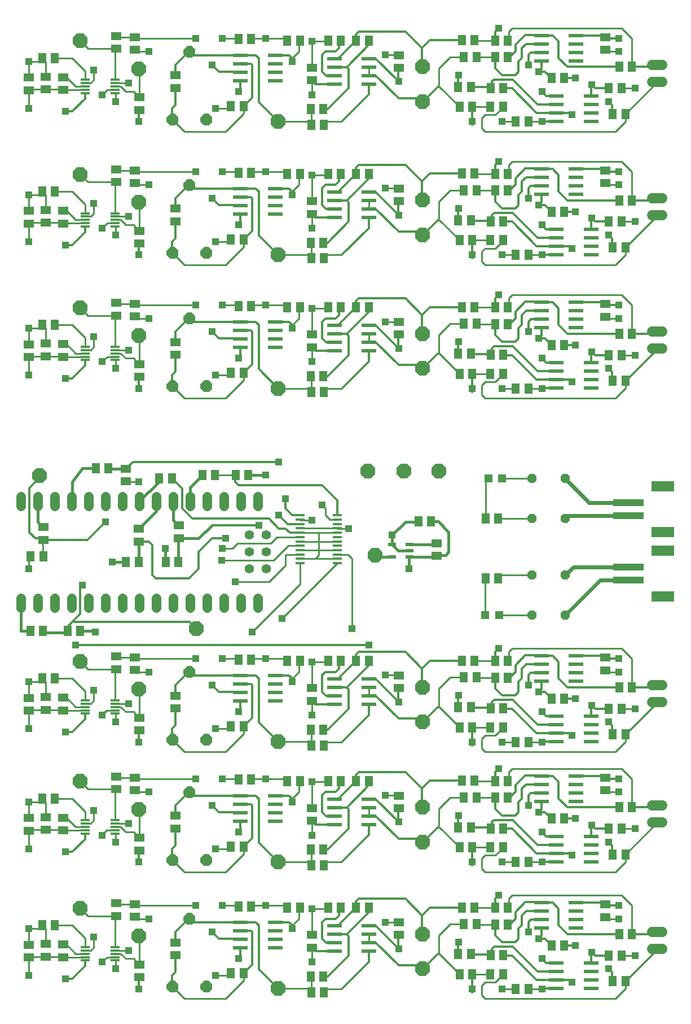
<source format=gtl>
G75*
%MOIN*%
%OFA0B0*%
%FSLAX25Y25*%
%IPPOS*%
%LPD*%
%AMOC8*
5,1,8,0,0,1.08239X$1,22.5*
%
%ADD10R,0.04724X0.02165*%
%ADD11R,0.05118X0.05906*%
%ADD12R,0.05906X0.05118*%
%ADD13R,0.05600X0.01200*%
%ADD14R,0.18110X0.03937*%
%ADD15R,0.13386X0.06299*%
%ADD16C,0.06000*%
%ADD17R,0.08661X0.02362*%
%ADD18OC8,0.07000*%
%ADD19OC8,0.08500*%
%ADD20R,0.05800X0.01400*%
%ADD21OC8,0.05600*%
%ADD22R,0.04724X0.04724*%
%ADD23R,0.05118X0.06299*%
%ADD24C,0.05550*%
%ADD25C,0.05550*%
%ADD26C,0.01600*%
%ADD27R,0.04362X0.04362*%
%ADD28C,0.01000*%
%ADD29C,0.01200*%
%ADD30C,0.02400*%
D10*
X0277169Y0392469D03*
X0277169Y0399950D03*
X0287406Y0399950D03*
X0287406Y0396209D03*
X0287406Y0392469D03*
D11*
X0292720Y0413572D03*
X0300201Y0413572D03*
X0318272Y0331328D03*
X0325752Y0331328D03*
X0327012Y0321485D03*
X0319531Y0321485D03*
X0316224Y0303769D03*
X0323705Y0303769D03*
X0335358Y0303178D03*
X0335201Y0291957D03*
X0342681Y0291957D03*
X0342839Y0303178D03*
X0350122Y0283296D03*
X0357602Y0283296D03*
X0345516Y0260265D03*
X0338035Y0260265D03*
X0337957Y0250422D03*
X0345437Y0250422D03*
X0342839Y0232312D03*
X0335358Y0232312D03*
X0335201Y0221091D03*
X0342681Y0221091D03*
X0350122Y0212430D03*
X0357602Y0212430D03*
X0345516Y0185461D03*
X0338035Y0185461D03*
X0337957Y0175619D03*
X0345437Y0175619D03*
X0342839Y0157509D03*
X0335358Y0157509D03*
X0335201Y0146288D03*
X0342681Y0146288D03*
X0350122Y0137627D03*
X0357602Y0137627D03*
X0371382Y0163217D03*
X0378862Y0163217D03*
X0405240Y0157312D03*
X0412720Y0157312D03*
X0411343Y0169910D03*
X0418823Y0169910D03*
X0415043Y0142154D03*
X0407563Y0142154D03*
X0407563Y0216957D03*
X0415043Y0216957D03*
X0412720Y0232115D03*
X0405240Y0232115D03*
X0411343Y0244713D03*
X0418823Y0244713D03*
X0415043Y0287824D03*
X0407563Y0287824D03*
X0405240Y0302981D03*
X0412720Y0302981D03*
X0411343Y0315580D03*
X0418823Y0315580D03*
X0378862Y0308887D03*
X0371382Y0308887D03*
X0345437Y0321288D03*
X0337957Y0321288D03*
X0338035Y0331131D03*
X0345516Y0331131D03*
X0324413Y0291957D03*
X0316933Y0291957D03*
X0318272Y0260461D03*
X0325752Y0260461D03*
X0327012Y0250619D03*
X0319531Y0250619D03*
X0316224Y0232902D03*
X0323705Y0232902D03*
X0324413Y0221091D03*
X0316933Y0221091D03*
X0318272Y0185658D03*
X0325752Y0185658D03*
X0327012Y0175816D03*
X0319531Y0175816D03*
X0316224Y0158099D03*
X0323705Y0158099D03*
X0324413Y0146288D03*
X0316933Y0146288D03*
X0263272Y0185461D03*
X0255791Y0185461D03*
X0246776Y0185461D03*
X0239295Y0185461D03*
X0222602Y0185461D03*
X0215122Y0185461D03*
X0229335Y0210461D03*
X0229020Y0219713D03*
X0236500Y0219713D03*
X0236815Y0210461D03*
X0239295Y0260265D03*
X0246776Y0260265D03*
X0255791Y0260265D03*
X0263272Y0260265D03*
X0236815Y0281328D03*
X0236500Y0290580D03*
X0229020Y0290580D03*
X0229335Y0281328D03*
X0222602Y0260265D03*
X0215122Y0260265D03*
X0193823Y0261052D03*
X0186343Y0261052D03*
X0189295Y0292351D03*
X0181815Y0292351D03*
X0186343Y0331918D03*
X0193823Y0331918D03*
X0215122Y0331131D03*
X0222602Y0331131D03*
X0239295Y0331131D03*
X0246776Y0331131D03*
X0255791Y0331131D03*
X0263272Y0331131D03*
X0192248Y0440776D03*
X0184768Y0440776D03*
X0172563Y0440776D03*
X0165083Y0440776D03*
X0146972Y0438808D03*
X0139492Y0438808D03*
X0109571Y0444713D03*
X0102091Y0444713D03*
X0070949Y0392942D03*
X0063469Y0392942D03*
X0063429Y0348847D03*
X0070909Y0348847D03*
X0085280Y0348847D03*
X0092760Y0348847D03*
X0077878Y0320698D03*
X0070398Y0320698D03*
X0070398Y0249831D03*
X0077878Y0249831D03*
X0077878Y0175028D03*
X0070398Y0175028D03*
X0181815Y0146682D03*
X0189295Y0146682D03*
X0186343Y0186249D03*
X0193823Y0186249D03*
X0189295Y0221485D03*
X0181815Y0221485D03*
X0229020Y0144910D03*
X0229335Y0135658D03*
X0236815Y0135658D03*
X0236500Y0144910D03*
X0371382Y0238020D03*
X0378862Y0238020D03*
X0357602Y0491957D03*
X0350122Y0491957D03*
X0342681Y0500619D03*
X0335201Y0500619D03*
X0324413Y0500619D03*
X0316933Y0500619D03*
X0316224Y0512430D03*
X0323705Y0512430D03*
X0335358Y0511839D03*
X0342839Y0511839D03*
X0345437Y0529950D03*
X0337957Y0529950D03*
X0338035Y0539792D03*
X0345516Y0539792D03*
X0325752Y0539989D03*
X0318272Y0539989D03*
X0319531Y0530146D03*
X0327012Y0530146D03*
X0350122Y0570698D03*
X0342681Y0579359D03*
X0342839Y0590580D03*
X0335358Y0590580D03*
X0335201Y0579359D03*
X0324413Y0579359D03*
X0323705Y0591170D03*
X0316224Y0591170D03*
X0316933Y0579359D03*
X0319531Y0608887D03*
X0327012Y0608887D03*
X0325752Y0618729D03*
X0318272Y0618729D03*
X0338035Y0618532D03*
X0345516Y0618532D03*
X0345437Y0608690D03*
X0337957Y0608690D03*
X0350122Y0649438D03*
X0342681Y0658099D03*
X0335201Y0658099D03*
X0324413Y0658099D03*
X0316933Y0658099D03*
X0316224Y0669910D03*
X0323705Y0669910D03*
X0335358Y0669320D03*
X0342839Y0669320D03*
X0345437Y0687430D03*
X0337957Y0687430D03*
X0338035Y0697272D03*
X0345516Y0697272D03*
X0325752Y0697469D03*
X0318272Y0697469D03*
X0319531Y0687627D03*
X0327012Y0687627D03*
X0357602Y0649438D03*
X0371382Y0675028D03*
X0378862Y0675028D03*
X0405240Y0669123D03*
X0412720Y0669123D03*
X0411343Y0681721D03*
X0418823Y0681721D03*
X0415043Y0653965D03*
X0407563Y0653965D03*
X0411343Y0602981D03*
X0418823Y0602981D03*
X0412720Y0590383D03*
X0405240Y0590383D03*
X0407563Y0575225D03*
X0415043Y0575225D03*
X0378862Y0596288D03*
X0371382Y0596288D03*
X0357602Y0570698D03*
X0371382Y0517548D03*
X0378862Y0517548D03*
X0405240Y0511643D03*
X0412720Y0511643D03*
X0411343Y0524241D03*
X0418823Y0524241D03*
X0415043Y0496485D03*
X0407563Y0496485D03*
X0263272Y0539792D03*
X0255791Y0539792D03*
X0246776Y0539792D03*
X0239295Y0539792D03*
X0222602Y0539792D03*
X0215122Y0539792D03*
X0193823Y0540580D03*
X0186343Y0540580D03*
X0189295Y0579753D03*
X0181815Y0579753D03*
X0186343Y0619320D03*
X0193823Y0619320D03*
X0215122Y0618532D03*
X0222602Y0618532D03*
X0239295Y0618532D03*
X0246776Y0618532D03*
X0255791Y0618532D03*
X0263272Y0618532D03*
X0236815Y0647469D03*
X0236500Y0656721D03*
X0229020Y0656721D03*
X0229335Y0647469D03*
X0222602Y0697272D03*
X0215122Y0697272D03*
X0193823Y0698060D03*
X0186343Y0698060D03*
X0189295Y0658493D03*
X0181815Y0658493D03*
X0239295Y0697272D03*
X0246776Y0697272D03*
X0255791Y0697272D03*
X0263272Y0697272D03*
X0236500Y0577981D03*
X0229020Y0577981D03*
X0229335Y0568729D03*
X0236815Y0568729D03*
X0236500Y0499241D03*
X0236815Y0489989D03*
X0229335Y0489989D03*
X0229020Y0499241D03*
X0189295Y0501013D03*
X0181815Y0501013D03*
X0150909Y0389595D03*
X0143429Y0389595D03*
X0127287Y0389595D03*
X0119807Y0389595D03*
X0077878Y0529359D03*
X0070398Y0529359D03*
X0070398Y0608099D03*
X0077878Y0608099D03*
X0077878Y0686839D03*
X0070398Y0686839D03*
D12*
X0072366Y0675894D03*
X0072366Y0668414D03*
X0062524Y0667981D03*
X0062524Y0675461D03*
X0082799Y0675540D03*
X0082799Y0668060D03*
X0114059Y0692469D03*
X0114059Y0699950D03*
X0125161Y0699320D03*
X0125161Y0691839D03*
X0127839Y0663729D03*
X0127839Y0656249D03*
X0149138Y0669320D03*
X0149138Y0676800D03*
X0114059Y0621209D03*
X0114059Y0613729D03*
X0125161Y0613099D03*
X0125161Y0620580D03*
X0127839Y0584989D03*
X0127839Y0577509D03*
X0149138Y0590580D03*
X0149138Y0598060D03*
X0125161Y0541839D03*
X0125161Y0534359D03*
X0114059Y0534989D03*
X0114059Y0542469D03*
X0127839Y0506249D03*
X0127839Y0498769D03*
X0149138Y0511839D03*
X0149138Y0519320D03*
X0119610Y0444517D03*
X0119610Y0437036D03*
X0127484Y0409083D03*
X0127484Y0401603D03*
X0151106Y0403572D03*
X0151106Y0411052D03*
X0125161Y0333178D03*
X0125161Y0325698D03*
X0114059Y0326328D03*
X0114059Y0333808D03*
X0127839Y0297587D03*
X0127839Y0290107D03*
X0149138Y0303178D03*
X0149138Y0310658D03*
X0125161Y0262312D03*
X0125161Y0254831D03*
X0114059Y0255461D03*
X0114059Y0262942D03*
X0127839Y0226721D03*
X0127839Y0219241D03*
X0149138Y0232312D03*
X0149138Y0239792D03*
X0125161Y0187509D03*
X0125161Y0180028D03*
X0114059Y0180658D03*
X0114059Y0188139D03*
X0127839Y0151918D03*
X0127839Y0144438D03*
X0149138Y0157509D03*
X0149138Y0164989D03*
X0082799Y0163729D03*
X0082799Y0156249D03*
X0072366Y0156603D03*
X0072366Y0164083D03*
X0062524Y0163650D03*
X0062524Y0156170D03*
X0062524Y0230973D03*
X0062524Y0238454D03*
X0072366Y0238887D03*
X0072366Y0231406D03*
X0082799Y0231052D03*
X0082799Y0238532D03*
X0082799Y0301918D03*
X0082799Y0309398D03*
X0072366Y0309753D03*
X0072366Y0302272D03*
X0062524Y0301839D03*
X0062524Y0309320D03*
X0070988Y0402548D03*
X0070988Y0410028D03*
X0062524Y0510501D03*
X0062524Y0517981D03*
X0072366Y0518414D03*
X0072366Y0510934D03*
X0082799Y0510580D03*
X0082799Y0518060D03*
X0082799Y0589320D03*
X0082799Y0596800D03*
X0072366Y0597154D03*
X0072366Y0589674D03*
X0062524Y0589241D03*
X0062524Y0596721D03*
X0229846Y0594989D03*
X0229846Y0602469D03*
X0229846Y0673729D03*
X0229846Y0681209D03*
X0281028Y0681170D03*
X0281028Y0688650D03*
X0281028Y0609910D03*
X0281028Y0602430D03*
X0281028Y0531170D03*
X0281028Y0523690D03*
X0229846Y0523729D03*
X0229846Y0516249D03*
X0303272Y0400619D03*
X0303272Y0393139D03*
X0281028Y0322509D03*
X0281028Y0315028D03*
X0281028Y0251643D03*
X0281028Y0244162D03*
X0281028Y0176839D03*
X0281028Y0169359D03*
X0229846Y0169398D03*
X0229846Y0161918D03*
X0229846Y0236721D03*
X0229846Y0244202D03*
X0229846Y0307587D03*
X0229846Y0315068D03*
X0403075Y0325658D03*
X0403075Y0333139D03*
X0403075Y0262272D03*
X0403075Y0254792D03*
X0403075Y0187469D03*
X0403075Y0179989D03*
X0403075Y0534320D03*
X0403075Y0541800D03*
X0403075Y0613060D03*
X0403075Y0620540D03*
X0403075Y0691800D03*
X0403075Y0699280D03*
D13*
X0113253Y0674007D03*
X0113253Y0672107D03*
X0113253Y0670107D03*
X0113253Y0668107D03*
X0113253Y0666207D03*
X0095653Y0666207D03*
X0095653Y0668107D03*
X0095653Y0670107D03*
X0095653Y0672107D03*
X0095653Y0674007D03*
X0095653Y0595267D03*
X0095653Y0593367D03*
X0095653Y0591367D03*
X0095653Y0589367D03*
X0095653Y0587467D03*
X0113253Y0587467D03*
X0113253Y0589367D03*
X0113253Y0591367D03*
X0113253Y0593367D03*
X0113253Y0595267D03*
X0113253Y0516527D03*
X0113253Y0514627D03*
X0113253Y0512627D03*
X0113253Y0510627D03*
X0113253Y0508727D03*
X0095653Y0508727D03*
X0095653Y0510627D03*
X0095653Y0512627D03*
X0095653Y0514627D03*
X0095653Y0516527D03*
X0095653Y0307865D03*
X0095653Y0305965D03*
X0095653Y0303965D03*
X0095653Y0301965D03*
X0095653Y0300065D03*
X0113253Y0300065D03*
X0113253Y0301965D03*
X0113253Y0303965D03*
X0113253Y0305965D03*
X0113253Y0307865D03*
X0113253Y0236999D03*
X0113253Y0235099D03*
X0113253Y0233099D03*
X0113253Y0231099D03*
X0113253Y0229199D03*
X0095653Y0229199D03*
X0095653Y0231099D03*
X0095653Y0233099D03*
X0095653Y0235099D03*
X0095653Y0236999D03*
X0095653Y0162196D03*
X0095653Y0160296D03*
X0095653Y0158296D03*
X0095653Y0156296D03*
X0095653Y0154396D03*
X0113253Y0154396D03*
X0113253Y0156296D03*
X0113253Y0158296D03*
X0113253Y0160296D03*
X0113253Y0162196D03*
D14*
X0416776Y0378769D03*
X0416776Y0386643D03*
X0416776Y0416761D03*
X0416776Y0424635D03*
D15*
X0437248Y0434083D03*
X0437248Y0407312D03*
X0437248Y0396091D03*
X0437248Y0369320D03*
D16*
X0436783Y0316682D02*
X0430783Y0316682D01*
X0430783Y0306682D02*
X0436783Y0306682D01*
X0436783Y0245816D02*
X0430783Y0245816D01*
X0430783Y0235816D02*
X0436783Y0235816D01*
X0436783Y0171013D02*
X0430783Y0171013D01*
X0430783Y0161013D02*
X0436783Y0161013D01*
X0436783Y0515343D02*
X0430783Y0515343D01*
X0430783Y0525343D02*
X0436783Y0525343D01*
X0436783Y0594083D02*
X0430783Y0594083D01*
X0430783Y0604083D02*
X0436783Y0604083D01*
X0436783Y0672824D02*
X0430783Y0672824D01*
X0430783Y0682824D02*
X0436783Y0682824D01*
D17*
X0394610Y0664615D03*
X0394610Y0659615D03*
X0394610Y0654615D03*
X0394610Y0649615D03*
X0385752Y0621505D03*
X0385752Y0616505D03*
X0385752Y0611505D03*
X0385752Y0606505D03*
X0394610Y0585875D03*
X0394610Y0580875D03*
X0394610Y0575875D03*
X0394610Y0570875D03*
X0374138Y0570875D03*
X0374138Y0575875D03*
X0374138Y0580875D03*
X0374138Y0585875D03*
X0365280Y0606505D03*
X0365280Y0611505D03*
X0365280Y0616505D03*
X0365280Y0621505D03*
X0374138Y0649615D03*
X0374138Y0654615D03*
X0374138Y0659615D03*
X0374138Y0664615D03*
X0365280Y0685245D03*
X0365280Y0690245D03*
X0365280Y0695245D03*
X0365280Y0700245D03*
X0385752Y0700245D03*
X0385752Y0695245D03*
X0385752Y0690245D03*
X0385752Y0685245D03*
X0385752Y0542765D03*
X0385752Y0537765D03*
X0385752Y0532765D03*
X0385752Y0527765D03*
X0394610Y0507135D03*
X0394610Y0502135D03*
X0394610Y0497135D03*
X0394610Y0492135D03*
X0374138Y0492135D03*
X0374138Y0497135D03*
X0374138Y0502135D03*
X0374138Y0507135D03*
X0365280Y0527765D03*
X0365280Y0532765D03*
X0365280Y0537765D03*
X0365280Y0542765D03*
X0263508Y0529182D03*
X0263508Y0524182D03*
X0263508Y0519182D03*
X0263508Y0514182D03*
X0243035Y0514182D03*
X0243035Y0519182D03*
X0243035Y0524182D03*
X0243035Y0529182D03*
X0207996Y0531150D03*
X0207996Y0526150D03*
X0207996Y0521150D03*
X0207996Y0516150D03*
X0187524Y0516150D03*
X0187524Y0521150D03*
X0187524Y0526150D03*
X0187524Y0531150D03*
X0187524Y0594891D03*
X0187524Y0599891D03*
X0187524Y0604891D03*
X0187524Y0609891D03*
X0207996Y0609891D03*
X0207996Y0604891D03*
X0207996Y0599891D03*
X0207996Y0594891D03*
X0243035Y0592922D03*
X0243035Y0597922D03*
X0243035Y0602922D03*
X0243035Y0607922D03*
X0263508Y0607922D03*
X0263508Y0602922D03*
X0263508Y0597922D03*
X0263508Y0592922D03*
X0263508Y0671662D03*
X0263508Y0676662D03*
X0263508Y0681662D03*
X0263508Y0686662D03*
X0243035Y0686662D03*
X0243035Y0681662D03*
X0243035Y0676662D03*
X0243035Y0671662D03*
X0207996Y0673631D03*
X0207996Y0678631D03*
X0207996Y0683631D03*
X0207996Y0688631D03*
X0187524Y0688631D03*
X0187524Y0683631D03*
X0187524Y0678631D03*
X0187524Y0673631D03*
X0365280Y0334103D03*
X0365280Y0329103D03*
X0365280Y0324103D03*
X0365280Y0319103D03*
X0374138Y0298473D03*
X0374138Y0293473D03*
X0374138Y0288473D03*
X0374138Y0283473D03*
X0365280Y0263237D03*
X0365280Y0258237D03*
X0365280Y0253237D03*
X0365280Y0248237D03*
X0374138Y0227607D03*
X0374138Y0222607D03*
X0374138Y0217607D03*
X0374138Y0212607D03*
X0365280Y0188434D03*
X0365280Y0183434D03*
X0365280Y0178434D03*
X0365280Y0173434D03*
X0374138Y0152804D03*
X0374138Y0147804D03*
X0374138Y0142804D03*
X0374138Y0137804D03*
X0394610Y0137804D03*
X0394610Y0142804D03*
X0394610Y0147804D03*
X0394610Y0152804D03*
X0385752Y0173434D03*
X0385752Y0178434D03*
X0385752Y0183434D03*
X0385752Y0188434D03*
X0394610Y0212607D03*
X0394610Y0217607D03*
X0394610Y0222607D03*
X0394610Y0227607D03*
X0385752Y0248237D03*
X0385752Y0253237D03*
X0385752Y0258237D03*
X0385752Y0263237D03*
X0394610Y0283473D03*
X0394610Y0288473D03*
X0394610Y0293473D03*
X0394610Y0298473D03*
X0385752Y0319103D03*
X0385752Y0324103D03*
X0385752Y0329103D03*
X0385752Y0334103D03*
X0263508Y0320520D03*
X0263508Y0315520D03*
X0263508Y0310520D03*
X0263508Y0305520D03*
X0243035Y0305520D03*
X0243035Y0310520D03*
X0243035Y0315520D03*
X0243035Y0320520D03*
X0207996Y0322489D03*
X0207996Y0317489D03*
X0207996Y0312489D03*
X0207996Y0307489D03*
X0187524Y0307489D03*
X0187524Y0312489D03*
X0187524Y0317489D03*
X0187524Y0322489D03*
X0187524Y0251623D03*
X0187524Y0246623D03*
X0187524Y0241623D03*
X0187524Y0236623D03*
X0207996Y0236623D03*
X0207996Y0241623D03*
X0207996Y0246623D03*
X0207996Y0251623D03*
X0243035Y0249654D03*
X0243035Y0244654D03*
X0243035Y0239654D03*
X0243035Y0234654D03*
X0263508Y0234654D03*
X0263508Y0239654D03*
X0263508Y0244654D03*
X0263508Y0249654D03*
X0263508Y0174851D03*
X0263508Y0169851D03*
X0263508Y0164851D03*
X0263508Y0159851D03*
X0243035Y0159851D03*
X0243035Y0164851D03*
X0243035Y0169851D03*
X0243035Y0174851D03*
X0207996Y0176820D03*
X0207996Y0171820D03*
X0207996Y0166820D03*
X0207996Y0161820D03*
X0187524Y0161820D03*
X0187524Y0166820D03*
X0187524Y0171820D03*
X0187524Y0176820D03*
D18*
X0167287Y0213493D03*
X0147287Y0213493D03*
X0157287Y0178690D03*
X0147287Y0138690D03*
X0167287Y0138690D03*
X0157287Y0253493D03*
X0147287Y0284359D03*
X0167287Y0284359D03*
X0157287Y0324359D03*
X0147287Y0493020D03*
X0167287Y0493020D03*
X0157287Y0533020D03*
X0147287Y0571761D03*
X0167287Y0571761D03*
X0157287Y0611761D03*
X0147287Y0650501D03*
X0167287Y0650501D03*
X0157287Y0690501D03*
D19*
X0127366Y0680658D03*
X0092760Y0697036D03*
X0092760Y0618296D03*
X0127366Y0601918D03*
X0092760Y0539556D03*
X0127366Y0523178D03*
X0068862Y0440501D03*
X0092760Y0330894D03*
X0127366Y0314517D03*
X0161382Y0350265D03*
X0209807Y0283335D03*
X0209807Y0212469D03*
X0209807Y0137666D03*
X0127366Y0168847D03*
X0092760Y0185225D03*
X0127366Y0243650D03*
X0092760Y0260028D03*
X0209807Y0491997D03*
X0262917Y0443099D03*
X0284138Y0443099D03*
X0304689Y0443099D03*
X0266972Y0393572D03*
X0295004Y0315619D03*
X0295161Y0295146D03*
X0295004Y0244753D03*
X0295161Y0224280D03*
X0295004Y0169950D03*
X0295161Y0149477D03*
X0295161Y0503808D03*
X0295004Y0524280D03*
X0295161Y0582548D03*
X0295004Y0603020D03*
X0295161Y0661288D03*
X0295004Y0681761D03*
X0209807Y0649477D03*
X0209807Y0570737D03*
D20*
X0222683Y0417042D03*
X0222683Y0414442D03*
X0222683Y0411942D03*
X0222683Y0409342D03*
X0222683Y0406742D03*
X0222683Y0404242D03*
X0222683Y0401642D03*
X0222683Y0399142D03*
X0222683Y0396542D03*
X0222683Y0393942D03*
X0222683Y0391442D03*
X0222683Y0388842D03*
X0244883Y0388842D03*
X0244883Y0391442D03*
X0244883Y0393942D03*
X0244883Y0396542D03*
X0244883Y0399142D03*
X0244883Y0401642D03*
X0244883Y0404242D03*
X0244883Y0406742D03*
X0244883Y0409342D03*
X0244883Y0411942D03*
X0244883Y0414442D03*
X0244883Y0417042D03*
D21*
X0359810Y0415197D03*
X0359810Y0438797D03*
X0379410Y0438797D03*
X0379410Y0415197D03*
X0379410Y0381710D03*
X0379410Y0358110D03*
X0359810Y0358110D03*
X0359810Y0381710D03*
D22*
X0340280Y0358099D03*
X0332012Y0358099D03*
X0333980Y0438808D03*
X0342248Y0438808D03*
D23*
X0339886Y0415186D03*
X0332406Y0415186D03*
X0332406Y0379753D03*
X0339886Y0379753D03*
D24*
X0197917Y0368118D02*
X0197917Y0362569D01*
X0187917Y0362569D02*
X0187917Y0368118D01*
X0177917Y0368118D02*
X0177917Y0362569D01*
X0167917Y0362569D02*
X0167917Y0368118D01*
X0157917Y0368118D02*
X0157917Y0362569D01*
X0147917Y0362569D02*
X0147917Y0368118D01*
X0137917Y0368118D02*
X0137917Y0362569D01*
X0127917Y0362569D02*
X0127917Y0368118D01*
X0117917Y0368118D02*
X0117917Y0362569D01*
X0107917Y0362569D02*
X0107917Y0368118D01*
X0097917Y0368118D02*
X0097917Y0362569D01*
X0087917Y0362569D02*
X0087917Y0368118D01*
X0077917Y0368118D02*
X0077917Y0362569D01*
X0067917Y0362569D02*
X0067917Y0368118D01*
X0057917Y0368118D02*
X0057917Y0362569D01*
X0057917Y0422569D02*
X0057917Y0428118D01*
X0067917Y0428118D02*
X0067917Y0422569D01*
X0077917Y0422569D02*
X0077917Y0428118D01*
X0087917Y0428118D02*
X0087917Y0422569D01*
X0097917Y0422569D02*
X0097917Y0428118D01*
X0107917Y0428118D02*
X0107917Y0422569D01*
X0117917Y0422569D02*
X0117917Y0428118D01*
X0127917Y0428118D02*
X0127917Y0422569D01*
X0137917Y0422569D02*
X0137917Y0428118D01*
X0147917Y0428118D02*
X0147917Y0422569D01*
X0157917Y0422569D02*
X0157917Y0428118D01*
X0167917Y0428118D02*
X0167917Y0422569D01*
X0177917Y0422569D02*
X0177917Y0428118D01*
X0187917Y0428118D02*
X0187917Y0422569D01*
X0197917Y0422569D02*
X0197917Y0428118D01*
D25*
X0192917Y0405343D03*
X0192917Y0395343D03*
X0192917Y0385343D03*
X0202917Y0385343D03*
X0202917Y0395343D03*
X0202917Y0405343D03*
D26*
X0202287Y0440776D02*
X0192248Y0440776D01*
X0170791Y0411249D02*
X0162917Y0403375D01*
X0151303Y0403375D01*
X0151106Y0403572D01*
X0150516Y0402981D02*
X0150909Y0402587D01*
X0150909Y0389595D01*
X0143429Y0389595D02*
X0143232Y0389595D01*
X0143232Y0397469D01*
X0151106Y0411052D02*
X0147917Y0414241D01*
X0147917Y0425343D01*
X0137917Y0425343D02*
X0137917Y0419517D01*
X0127484Y0409083D01*
X0127484Y0401603D02*
X0127484Y0389595D01*
X0127287Y0389595D01*
X0119807Y0389595D02*
X0111736Y0389595D01*
X0127917Y0425343D02*
X0139492Y0436918D01*
X0139492Y0438808D01*
X0157917Y0433611D02*
X0157917Y0425343D01*
X0157917Y0433611D02*
X0165083Y0440776D01*
X0119610Y0444517D02*
X0109768Y0444517D01*
X0109571Y0444713D01*
X0102091Y0444713D02*
X0094020Y0444713D01*
X0088114Y0436839D01*
X0088114Y0425540D01*
X0087917Y0425343D01*
X0070988Y0410028D02*
X0067917Y0413099D01*
X0067917Y0425343D01*
X0057917Y0365343D02*
X0057917Y0348847D01*
X0063429Y0348847D01*
X0071972Y0347784D02*
X0085280Y0347784D01*
X0085280Y0348847D01*
X0092760Y0348847D02*
X0101894Y0348847D01*
X0101894Y0348257D01*
X0266972Y0393572D02*
X0268075Y0392469D01*
X0277169Y0392469D01*
X0280909Y0396209D02*
X0277169Y0399950D01*
X0277169Y0405422D01*
X0284965Y0413217D01*
X0292366Y0413217D01*
X0292720Y0413572D01*
X0287406Y0399950D02*
X0302996Y0399950D01*
X0303272Y0400619D01*
X0303272Y0393139D02*
X0308587Y0393532D01*
X0310555Y0395501D01*
X0310555Y0407312D01*
X0304295Y0413572D01*
X0300201Y0413572D01*
X0303272Y0393139D02*
X0302209Y0392469D01*
X0287406Y0392469D01*
X0286933Y0391997D01*
X0286933Y0385658D01*
X0287406Y0396209D02*
X0280909Y0396209D01*
D27*
X0062524Y0145501D03*
X0062524Y0173060D03*
X0084177Y0143532D03*
X0100909Y0168139D03*
X0105831Y0153375D03*
X0113705Y0149438D03*
X0121579Y0160265D03*
X0133390Y0178965D03*
X0127484Y0212430D03*
X0113705Y0224241D03*
X0121579Y0235068D03*
X0105831Y0228178D03*
X0100909Y0242942D03*
X0084177Y0218335D03*
X0062524Y0220304D03*
X0062524Y0247863D03*
X0062524Y0291170D03*
X0062524Y0318729D03*
X0084177Y0289202D03*
X0100909Y0313808D03*
X0105831Y0299044D03*
X0113705Y0295107D03*
X0121579Y0305934D03*
X0133390Y0324635D03*
X0160949Y0332509D03*
X0170791Y0316761D03*
X0176697Y0332509D03*
X0194413Y0348257D03*
X0202287Y0332509D03*
X0218035Y0318729D03*
X0229846Y0330540D03*
X0212130Y0356131D03*
X0184571Y0377784D03*
X0176303Y0390383D03*
X0176697Y0397469D03*
X0178665Y0403375D03*
X0198350Y0411249D03*
X0210161Y0417154D03*
X0214098Y0426997D03*
X0202287Y0440776D03*
X0210161Y0448650D03*
X0229846Y0414202D03*
X0235752Y0423060D03*
X0251500Y0409280D03*
X0277169Y0405422D03*
X0286933Y0385658D03*
X0263311Y0340383D03*
X0253469Y0350225D03*
X0273154Y0322666D03*
X0281028Y0306918D03*
X0316461Y0310855D03*
X0324335Y0283296D03*
X0342051Y0283296D03*
X0340083Y0267548D03*
X0357799Y0245894D03*
X0363705Y0241957D03*
X0365673Y0230146D03*
X0365673Y0212430D03*
X0383390Y0216367D03*
X0395201Y0234083D03*
X0385358Y0238020D03*
X0405043Y0224241D03*
X0420791Y0232115D03*
X0410949Y0253769D03*
X0410949Y0261643D03*
X0405043Y0295107D03*
X0395201Y0304950D03*
X0385358Y0308887D03*
X0383390Y0287233D03*
X0365673Y0283296D03*
X0365673Y0301013D03*
X0363705Y0312824D03*
X0357799Y0316761D03*
X0340083Y0338414D03*
X0316461Y0239989D03*
X0324335Y0212430D03*
X0342051Y0212430D03*
X0340083Y0192745D03*
X0357799Y0171091D03*
X0363705Y0167154D03*
X0365673Y0155343D03*
X0365673Y0137627D03*
X0383390Y0141564D03*
X0395201Y0159280D03*
X0385358Y0163217D03*
X0405043Y0149438D03*
X0420791Y0157312D03*
X0410949Y0178965D03*
X0410949Y0186839D03*
X0342051Y0137627D03*
X0324335Y0137627D03*
X0316461Y0165186D03*
X0281028Y0161249D03*
X0273154Y0176997D03*
X0281028Y0236052D03*
X0273154Y0251800D03*
X0229846Y0259674D03*
X0218035Y0247863D03*
X0202287Y0261643D03*
X0186539Y0230146D03*
X0172760Y0220304D03*
X0170791Y0245894D03*
X0176697Y0261643D03*
X0160949Y0261643D03*
X0172760Y0291170D03*
X0186539Y0301013D03*
X0229846Y0299044D03*
X0229846Y0228178D03*
X0202287Y0186839D03*
X0218035Y0173060D03*
X0229846Y0184871D03*
X0229846Y0153375D03*
X0186539Y0155343D03*
X0172760Y0145501D03*
X0170791Y0171091D03*
X0176697Y0186839D03*
X0160949Y0186839D03*
X0127484Y0137627D03*
X0133390Y0253769D03*
X0127484Y0283296D03*
X0090083Y0340383D03*
X0101894Y0348257D03*
X0094020Y0375816D03*
X0111736Y0389595D03*
X0107799Y0413217D03*
X0127484Y0436839D03*
X0143232Y0397469D03*
X0127484Y0491957D03*
X0113705Y0503769D03*
X0121579Y0514595D03*
X0105831Y0507706D03*
X0100909Y0522469D03*
X0084177Y0497863D03*
X0062524Y0499831D03*
X0062524Y0527391D03*
X0084177Y0576603D03*
X0105831Y0586446D03*
X0113705Y0582509D03*
X0121579Y0593335D03*
X0133390Y0612036D03*
X0160949Y0619910D03*
X0170791Y0604162D03*
X0176697Y0619910D03*
X0186539Y0588414D03*
X0172760Y0578572D03*
X0176697Y0541170D03*
X0170791Y0525422D03*
X0160949Y0541170D03*
X0133390Y0533296D03*
X0127484Y0570698D03*
X0100909Y0601209D03*
X0127484Y0649438D03*
X0113705Y0661249D03*
X0121579Y0672076D03*
X0105831Y0665186D03*
X0100909Y0679950D03*
X0084177Y0655343D03*
X0062524Y0657312D03*
X0062524Y0684871D03*
X0062524Y0606131D03*
X0062524Y0578572D03*
X0133390Y0690776D03*
X0160949Y0698650D03*
X0170791Y0682902D03*
X0176697Y0698650D03*
X0186539Y0667154D03*
X0172760Y0657312D03*
X0202287Y0619910D03*
X0218035Y0606131D03*
X0229846Y0617942D03*
X0229846Y0586446D03*
X0202287Y0541170D03*
X0218035Y0527391D03*
X0229846Y0539202D03*
X0229846Y0507706D03*
X0186539Y0509674D03*
X0172760Y0499831D03*
X0273154Y0531328D03*
X0281028Y0515580D03*
X0316461Y0519517D03*
X0324335Y0491957D03*
X0342051Y0491957D03*
X0365673Y0491957D03*
X0365673Y0509674D03*
X0363705Y0521485D03*
X0357799Y0525422D03*
X0340083Y0547076D03*
X0342051Y0570698D03*
X0324335Y0570698D03*
X0316461Y0598257D03*
X0340083Y0625816D03*
X0342051Y0649438D03*
X0324335Y0649438D03*
X0316461Y0676997D03*
X0340083Y0704556D03*
X0357799Y0682902D03*
X0363705Y0678965D03*
X0365673Y0667154D03*
X0365673Y0649438D03*
X0383390Y0653375D03*
X0395201Y0671091D03*
X0385358Y0675028D03*
X0405043Y0661249D03*
X0420791Y0669123D03*
X0410949Y0690776D03*
X0410949Y0698650D03*
X0410949Y0619910D03*
X0410949Y0612036D03*
X0420791Y0590383D03*
X0405043Y0582509D03*
X0395201Y0592351D03*
X0385358Y0596288D03*
X0383390Y0574635D03*
X0365673Y0570698D03*
X0365673Y0588414D03*
X0363705Y0600225D03*
X0357799Y0604162D03*
X0410949Y0541170D03*
X0410949Y0533296D03*
X0420791Y0511643D03*
X0405043Y0503769D03*
X0395201Y0513611D03*
X0385358Y0517548D03*
X0383390Y0495894D03*
X0281028Y0594320D03*
X0273154Y0610068D03*
X0281028Y0673060D03*
X0273154Y0688808D03*
X0229846Y0696682D03*
X0218035Y0684871D03*
X0202287Y0698650D03*
X0229846Y0665186D03*
X0062524Y0385658D03*
X0410949Y0332509D03*
X0410949Y0324635D03*
X0420791Y0302981D03*
D28*
X0412720Y0302981D01*
X0418823Y0315580D02*
X0418823Y0332509D01*
X0412917Y0338414D01*
X0347957Y0338414D01*
X0345988Y0336446D01*
X0345988Y0331603D01*
X0345516Y0331131D01*
X0338035Y0331131D02*
X0325949Y0331131D01*
X0325752Y0331328D01*
X0327012Y0321485D02*
X0327209Y0321288D01*
X0337957Y0321288D01*
X0323705Y0303769D02*
X0323902Y0303572D01*
X0324413Y0291957D02*
X0335201Y0291957D01*
X0338114Y0287233D02*
X0332209Y0287233D01*
X0330240Y0285265D01*
X0330240Y0279359D01*
X0332209Y0277391D01*
X0408980Y0277391D01*
X0415043Y0283454D01*
X0415043Y0287824D01*
X0433783Y0306564D01*
X0433783Y0306682D01*
X0410949Y0324635D02*
X0404098Y0324635D01*
X0403075Y0325658D01*
X0365673Y0283296D02*
X0357602Y0283296D01*
X0350122Y0283296D02*
X0342051Y0283296D01*
X0338114Y0287233D02*
X0342681Y0291800D01*
X0342681Y0291957D01*
X0347957Y0267548D02*
X0345988Y0265580D01*
X0345988Y0260737D01*
X0345516Y0260265D01*
X0338035Y0260265D02*
X0325949Y0260265D01*
X0325752Y0260461D01*
X0327012Y0250619D02*
X0327209Y0250422D01*
X0337957Y0250422D01*
X0347957Y0267548D02*
X0412917Y0267548D01*
X0418823Y0261643D01*
X0418823Y0244713D01*
X0410949Y0253769D02*
X0404098Y0253769D01*
X0403075Y0254792D01*
X0412720Y0232115D02*
X0420791Y0232115D01*
X0433783Y0235698D02*
X0415043Y0216957D01*
X0415043Y0212587D01*
X0408980Y0206524D01*
X0332209Y0206524D01*
X0330240Y0208493D01*
X0330240Y0214398D01*
X0332209Y0216367D01*
X0338114Y0216367D01*
X0342681Y0220934D01*
X0342681Y0221091D01*
X0342051Y0212430D02*
X0350122Y0212430D01*
X0357602Y0212430D02*
X0365673Y0212430D01*
X0347957Y0192745D02*
X0345988Y0190776D01*
X0345988Y0185934D01*
X0345516Y0185461D01*
X0338035Y0185461D02*
X0325949Y0185461D01*
X0325752Y0185658D01*
X0327012Y0175816D02*
X0327209Y0175619D01*
X0337957Y0175619D01*
X0347957Y0192745D02*
X0412917Y0192745D01*
X0418823Y0186839D01*
X0418823Y0169910D01*
X0420791Y0157312D02*
X0412720Y0157312D01*
X0415043Y0142154D02*
X0433783Y0160894D01*
X0433783Y0161013D01*
X0415043Y0142154D02*
X0415043Y0137784D01*
X0408980Y0131721D01*
X0332209Y0131721D01*
X0330240Y0133690D01*
X0330240Y0139595D01*
X0332209Y0141564D01*
X0338114Y0141564D01*
X0342681Y0146131D01*
X0342681Y0146288D01*
X0342051Y0137627D02*
X0350122Y0137627D01*
X0357602Y0137627D02*
X0365673Y0137627D01*
X0335201Y0146288D02*
X0324413Y0146288D01*
X0316933Y0146288D02*
X0305083Y0158139D01*
X0303823Y0158139D01*
X0304650Y0158965D01*
X0304650Y0169123D01*
X0311343Y0175816D01*
X0319531Y0175816D01*
X0323705Y0158099D02*
X0323902Y0157902D01*
X0303823Y0158139D02*
X0295161Y0149477D01*
X0280791Y0169123D02*
X0281028Y0169359D01*
X0281028Y0176839D02*
X0280870Y0176997D01*
X0273154Y0176997D01*
X0263508Y0169851D02*
X0263508Y0164851D01*
X0247563Y0137627D02*
X0238783Y0137627D01*
X0236815Y0135658D01*
X0229335Y0135658D02*
X0227327Y0137666D01*
X0209807Y0137666D01*
X0229335Y0135658D02*
X0229335Y0144595D01*
X0229020Y0144910D01*
X0229846Y0153375D02*
X0229846Y0161918D01*
X0229846Y0169398D02*
X0229846Y0184871D01*
X0239689Y0184871D01*
X0239689Y0185068D01*
X0239295Y0185461D01*
X0222602Y0185461D02*
X0221972Y0184831D01*
X0221972Y0178965D01*
X0218035Y0175028D01*
X0218035Y0173060D01*
X0215122Y0185461D02*
X0213744Y0186839D01*
X0202287Y0186839D01*
X0194413Y0186839D01*
X0193823Y0186249D01*
X0186343Y0186249D02*
X0185752Y0186839D01*
X0176697Y0186839D01*
X0178665Y0206524D02*
X0189295Y0217154D01*
X0189295Y0221485D01*
X0181815Y0221485D02*
X0180634Y0220304D01*
X0172760Y0220304D01*
X0178665Y0206524D02*
X0154256Y0206524D01*
X0147287Y0213493D01*
X0160949Y0186839D02*
X0125831Y0186839D01*
X0125161Y0187509D01*
X0114689Y0187509D01*
X0114059Y0188139D01*
X0114059Y0180658D02*
X0097327Y0180658D01*
X0092760Y0185225D01*
X0088114Y0175028D02*
X0095653Y0167490D01*
X0095653Y0162196D01*
X0095653Y0160296D02*
X0098972Y0160296D01*
X0100909Y0162233D01*
X0100909Y0168139D01*
X0095653Y0160296D02*
X0095684Y0160265D01*
X0095653Y0158296D02*
X0090083Y0158296D01*
X0084650Y0163729D01*
X0082799Y0163729D01*
X0082445Y0156603D02*
X0072366Y0156603D01*
X0062957Y0156603D01*
X0062524Y0156170D01*
X0062524Y0145501D01*
X0062524Y0163650D02*
X0062524Y0173060D01*
X0068429Y0173060D01*
X0070398Y0175028D01*
X0072366Y0173060D01*
X0072366Y0164083D01*
X0077878Y0175028D02*
X0088114Y0175028D01*
X0082445Y0156603D02*
X0082799Y0156249D01*
X0082846Y0156296D01*
X0095653Y0156296D01*
X0105831Y0153375D02*
X0108783Y0156328D01*
X0113221Y0156328D01*
X0113253Y0156296D01*
X0113253Y0154396D02*
X0113705Y0153944D01*
X0113705Y0149438D01*
X0119610Y0155343D02*
X0116657Y0158296D01*
X0113253Y0158296D01*
X0113284Y0160265D02*
X0121579Y0160265D01*
X0119610Y0155343D02*
X0124413Y0155343D01*
X0127839Y0151918D01*
X0127839Y0168375D01*
X0127366Y0168847D01*
X0126224Y0178965D02*
X0133390Y0178965D01*
X0126224Y0178965D02*
X0125161Y0180028D01*
X0114059Y0180658D02*
X0113253Y0179852D01*
X0113253Y0162196D01*
X0113253Y0160296D02*
X0113284Y0160265D01*
X0147287Y0138690D02*
X0154256Y0131721D01*
X0178665Y0131721D01*
X0189295Y0142351D01*
X0189295Y0146682D01*
X0181815Y0146682D02*
X0180634Y0145501D01*
X0172760Y0145501D01*
X0209807Y0212469D02*
X0227327Y0212469D01*
X0229335Y0210461D01*
X0229335Y0219398D01*
X0229020Y0219713D01*
X0229846Y0228178D02*
X0229846Y0236721D01*
X0229846Y0244202D02*
X0229846Y0259674D01*
X0239689Y0259674D01*
X0239689Y0259871D01*
X0239295Y0260265D01*
X0222602Y0260265D02*
X0221972Y0259635D01*
X0221972Y0253769D01*
X0218035Y0249831D01*
X0218035Y0247863D01*
X0215122Y0260265D02*
X0213744Y0261643D01*
X0202287Y0261643D01*
X0194413Y0261643D01*
X0193823Y0261052D01*
X0186343Y0261052D02*
X0185752Y0261643D01*
X0176697Y0261643D01*
X0178665Y0277391D02*
X0189295Y0288020D01*
X0189295Y0292351D01*
X0181815Y0292351D02*
X0180634Y0291170D01*
X0172760Y0291170D01*
X0178665Y0277391D02*
X0154256Y0277391D01*
X0147287Y0284359D01*
X0160949Y0261643D02*
X0125831Y0261643D01*
X0125161Y0262312D01*
X0114689Y0262312D01*
X0114059Y0262942D01*
X0114059Y0255461D02*
X0097327Y0255461D01*
X0092760Y0260028D01*
X0088114Y0249831D02*
X0095653Y0242293D01*
X0095653Y0236999D01*
X0095653Y0235099D02*
X0098972Y0235099D01*
X0100909Y0237036D01*
X0100909Y0242942D01*
X0095653Y0235099D02*
X0095684Y0235068D01*
X0095653Y0233099D02*
X0090083Y0233099D01*
X0084650Y0238532D01*
X0082799Y0238532D01*
X0082445Y0231406D02*
X0072366Y0231406D01*
X0062957Y0231406D01*
X0062524Y0230973D01*
X0062524Y0220304D01*
X0062524Y0238454D02*
X0062524Y0247863D01*
X0068429Y0247863D01*
X0070398Y0249831D01*
X0072366Y0247863D01*
X0072366Y0238887D01*
X0077878Y0249831D02*
X0088114Y0249831D01*
X0082445Y0231406D02*
X0082799Y0231052D01*
X0082846Y0231099D01*
X0095653Y0231099D01*
X0108783Y0231131D02*
X0113221Y0231131D01*
X0113253Y0231099D01*
X0113253Y0229199D02*
X0113705Y0228747D01*
X0113705Y0224241D01*
X0119610Y0230146D02*
X0116657Y0233099D01*
X0113253Y0233099D01*
X0113284Y0235068D02*
X0121579Y0235068D01*
X0119610Y0230146D02*
X0124413Y0230146D01*
X0127839Y0226721D01*
X0127839Y0243178D01*
X0127366Y0243650D01*
X0126224Y0253769D02*
X0133390Y0253769D01*
X0126224Y0253769D02*
X0125161Y0254831D01*
X0114059Y0255461D02*
X0113253Y0254655D01*
X0113253Y0236999D01*
X0113253Y0235099D02*
X0113284Y0235068D01*
X0113705Y0295107D02*
X0113705Y0299613D01*
X0113253Y0300065D01*
X0113253Y0301965D02*
X0113221Y0301997D01*
X0108783Y0301997D01*
X0113253Y0303965D02*
X0116657Y0303965D01*
X0119610Y0301013D01*
X0124413Y0301013D01*
X0127839Y0297587D01*
X0127839Y0314044D01*
X0127366Y0314517D01*
X0126224Y0324635D02*
X0133390Y0324635D01*
X0126224Y0324635D02*
X0125161Y0325698D01*
X0125831Y0332509D02*
X0160949Y0332509D01*
X0176697Y0332509D02*
X0185752Y0332509D01*
X0186343Y0331918D01*
X0193823Y0331918D02*
X0194413Y0332509D01*
X0202287Y0332509D01*
X0213744Y0332509D01*
X0215122Y0331131D01*
X0221972Y0324635D02*
X0218035Y0320698D01*
X0218035Y0318729D01*
X0221972Y0324635D02*
X0221972Y0330501D01*
X0222602Y0331131D01*
X0229846Y0330540D02*
X0229846Y0315068D01*
X0229846Y0307587D02*
X0229846Y0299044D01*
X0229020Y0290580D02*
X0229335Y0290265D01*
X0229335Y0281328D01*
X0227327Y0283335D01*
X0209807Y0283335D01*
X0236815Y0281328D02*
X0238783Y0283296D01*
X0247563Y0283296D01*
X0263508Y0310520D02*
X0263508Y0315520D01*
X0273154Y0322666D02*
X0280870Y0322666D01*
X0281028Y0322509D01*
X0281028Y0315028D02*
X0280791Y0314792D01*
X0295161Y0295146D02*
X0303823Y0303808D01*
X0305083Y0303808D01*
X0316933Y0291957D01*
X0304650Y0304635D02*
X0304650Y0314792D01*
X0311343Y0321485D01*
X0319531Y0321485D01*
X0304650Y0304635D02*
X0303823Y0303808D01*
X0280870Y0251800D02*
X0273154Y0251800D01*
X0280870Y0251800D02*
X0281028Y0251643D01*
X0281028Y0244162D02*
X0280791Y0243926D01*
X0295161Y0224280D02*
X0303823Y0232942D01*
X0305083Y0232942D01*
X0316933Y0221091D01*
X0324413Y0221091D02*
X0335201Y0221091D01*
X0323902Y0232706D02*
X0323705Y0232902D01*
X0319531Y0250619D02*
X0311343Y0250619D01*
X0304650Y0243926D01*
X0304650Y0233769D01*
X0303823Y0232942D01*
X0263508Y0239654D02*
X0263508Y0244654D01*
X0247563Y0212430D02*
X0238783Y0212430D01*
X0236815Y0210461D01*
X0239689Y0330540D02*
X0229846Y0330540D01*
X0239295Y0331131D02*
X0239689Y0330737D01*
X0239689Y0330540D01*
X0253469Y0350225D02*
X0253469Y0391564D01*
X0251091Y0393942D01*
X0244883Y0393942D01*
X0244761Y0391564D02*
X0231815Y0391564D01*
X0233783Y0393532D01*
X0233783Y0396485D01*
X0244827Y0396485D01*
X0244883Y0396542D01*
X0244648Y0401406D02*
X0233783Y0401406D01*
X0222919Y0401406D01*
X0222683Y0401642D01*
X0222683Y0399142D02*
X0215771Y0399142D01*
X0207012Y0390383D01*
X0176303Y0390383D01*
X0176697Y0397469D02*
X0182602Y0397469D01*
X0185752Y0400619D01*
X0205437Y0400619D01*
X0209060Y0404242D01*
X0222683Y0404242D01*
X0222683Y0406742D02*
X0233783Y0406742D01*
X0233783Y0401406D01*
X0233783Y0396485D01*
X0222740Y0396485D01*
X0222683Y0396542D01*
X0222683Y0393942D02*
X0214508Y0393942D01*
X0214098Y0393532D01*
X0214098Y0387627D01*
X0204256Y0377784D01*
X0184571Y0377784D01*
X0194413Y0348257D02*
X0222683Y0376527D01*
X0222683Y0388842D01*
X0222683Y0391442D02*
X0222806Y0391564D01*
X0231815Y0391564D01*
X0244761Y0391564D02*
X0244883Y0391442D01*
X0244883Y0388842D02*
X0244841Y0388842D01*
X0212130Y0356131D01*
X0222683Y0409342D02*
X0244883Y0409342D01*
X0244945Y0409280D01*
X0251500Y0409280D01*
X0244883Y0406742D02*
X0233783Y0406742D01*
X0229846Y0414202D02*
X0222924Y0414202D01*
X0222683Y0414442D01*
X0237720Y0417154D02*
X0240433Y0414442D01*
X0244883Y0414442D01*
X0237720Y0417154D02*
X0237720Y0421091D01*
X0235752Y0423060D01*
X0244883Y0401642D02*
X0244648Y0401406D01*
X0236815Y0489989D02*
X0238783Y0491957D01*
X0247563Y0491957D01*
X0229335Y0489989D02*
X0227327Y0491997D01*
X0209807Y0491997D01*
X0229335Y0489989D02*
X0229335Y0498926D01*
X0229020Y0499241D01*
X0229846Y0507706D02*
X0229846Y0516249D01*
X0229846Y0523729D02*
X0229846Y0539202D01*
X0239689Y0539202D01*
X0239689Y0539398D01*
X0239295Y0539792D01*
X0222602Y0539792D02*
X0221972Y0539162D01*
X0221972Y0533296D01*
X0218035Y0529359D01*
X0218035Y0527391D01*
X0215122Y0539792D02*
X0213744Y0541170D01*
X0202287Y0541170D01*
X0194413Y0541170D01*
X0193823Y0540580D01*
X0186343Y0540580D02*
X0185752Y0541170D01*
X0176697Y0541170D01*
X0178665Y0564792D02*
X0189295Y0575422D01*
X0189295Y0579753D01*
X0181815Y0579753D02*
X0180634Y0578572D01*
X0172760Y0578572D01*
X0178665Y0564792D02*
X0154256Y0564792D01*
X0147287Y0571761D01*
X0127839Y0584989D02*
X0127839Y0601446D01*
X0127366Y0601918D01*
X0126224Y0612036D02*
X0133390Y0612036D01*
X0126224Y0612036D02*
X0125161Y0613099D01*
X0125831Y0619910D02*
X0160949Y0619910D01*
X0176697Y0619910D02*
X0185752Y0619910D01*
X0186343Y0619320D01*
X0193823Y0619320D02*
X0194413Y0619910D01*
X0202287Y0619910D01*
X0213744Y0619910D01*
X0215122Y0618532D01*
X0221972Y0612036D02*
X0218035Y0608099D01*
X0218035Y0606131D01*
X0221972Y0612036D02*
X0221972Y0617902D01*
X0222602Y0618532D01*
X0229846Y0617942D02*
X0229846Y0602469D01*
X0229846Y0594989D02*
X0229846Y0586446D01*
X0229020Y0577981D02*
X0229335Y0577666D01*
X0229335Y0568729D01*
X0227327Y0570737D01*
X0209807Y0570737D01*
X0236815Y0568729D02*
X0238783Y0570698D01*
X0247563Y0570698D01*
X0263508Y0597922D02*
X0263508Y0602922D01*
X0273154Y0610068D02*
X0280870Y0610068D01*
X0281028Y0609910D01*
X0281028Y0602430D02*
X0280791Y0602194D01*
X0295161Y0582548D02*
X0303823Y0591209D01*
X0305083Y0591209D01*
X0316933Y0579359D01*
X0324413Y0579359D02*
X0335201Y0579359D01*
X0338114Y0574635D02*
X0332209Y0574635D01*
X0330240Y0572666D01*
X0330240Y0566761D01*
X0332209Y0564792D01*
X0408980Y0564792D01*
X0415043Y0570855D01*
X0415043Y0575225D01*
X0433783Y0593965D01*
X0433783Y0594083D01*
X0420791Y0590383D02*
X0412720Y0590383D01*
X0418823Y0602981D02*
X0418823Y0619910D01*
X0412917Y0625816D01*
X0347957Y0625816D01*
X0345988Y0623847D01*
X0345988Y0619005D01*
X0345516Y0618532D01*
X0338035Y0618532D02*
X0325949Y0618532D01*
X0325752Y0618729D01*
X0327012Y0608887D02*
X0327209Y0608690D01*
X0337957Y0608690D01*
X0323705Y0591170D02*
X0323902Y0590973D01*
X0319531Y0608887D02*
X0311343Y0608887D01*
X0304650Y0602194D01*
X0304650Y0592036D01*
X0303823Y0591209D01*
X0325752Y0539989D02*
X0325949Y0539792D01*
X0338035Y0539792D01*
X0345516Y0539792D02*
X0345988Y0540265D01*
X0345988Y0545107D01*
X0347957Y0547076D01*
X0412917Y0547076D01*
X0418823Y0541170D01*
X0418823Y0524241D01*
X0420791Y0511643D02*
X0412720Y0511643D01*
X0415043Y0496485D02*
X0433783Y0515225D01*
X0433783Y0515343D01*
X0415043Y0496485D02*
X0415043Y0492115D01*
X0408980Y0486052D01*
X0332209Y0486052D01*
X0330240Y0488020D01*
X0330240Y0493926D01*
X0332209Y0495894D01*
X0338114Y0495894D01*
X0342681Y0500461D01*
X0342681Y0500619D01*
X0342051Y0491957D02*
X0350122Y0491957D01*
X0357602Y0491957D02*
X0365673Y0491957D01*
X0337957Y0529950D02*
X0327209Y0529950D01*
X0327012Y0530146D01*
X0319531Y0530146D02*
X0311343Y0530146D01*
X0304650Y0523454D01*
X0304650Y0513296D01*
X0303823Y0512469D01*
X0305083Y0512469D01*
X0316933Y0500619D01*
X0324413Y0500619D02*
X0335201Y0500619D01*
X0323902Y0512233D02*
X0323705Y0512430D01*
X0303823Y0512469D02*
X0295161Y0503808D01*
X0280791Y0523454D02*
X0281028Y0523690D01*
X0281028Y0531170D02*
X0280870Y0531328D01*
X0273154Y0531328D01*
X0263508Y0524182D02*
X0263508Y0519182D01*
X0239689Y0617942D02*
X0229846Y0617942D01*
X0239295Y0618532D02*
X0239689Y0618139D01*
X0239689Y0617942D01*
X0236815Y0647469D02*
X0238783Y0649438D01*
X0247563Y0649438D01*
X0229335Y0647469D02*
X0227327Y0649477D01*
X0209807Y0649477D01*
X0229335Y0647469D02*
X0229335Y0656406D01*
X0229020Y0656721D01*
X0229846Y0665186D02*
X0229846Y0673729D01*
X0229846Y0681209D02*
X0229846Y0696682D01*
X0239689Y0696682D01*
X0239689Y0696879D01*
X0239295Y0697272D01*
X0222602Y0697272D02*
X0221972Y0696643D01*
X0221972Y0690776D01*
X0218035Y0686839D01*
X0218035Y0684871D01*
X0215122Y0697272D02*
X0213744Y0698650D01*
X0202287Y0698650D01*
X0194413Y0698650D01*
X0193823Y0698060D01*
X0186343Y0698060D02*
X0185752Y0698650D01*
X0176697Y0698650D01*
X0160949Y0698650D02*
X0125831Y0698650D01*
X0125161Y0699320D01*
X0114689Y0699320D01*
X0114059Y0699950D01*
X0114059Y0692469D02*
X0097327Y0692469D01*
X0092760Y0697036D01*
X0088114Y0686839D02*
X0095653Y0679301D01*
X0095653Y0674007D01*
X0095653Y0672107D02*
X0098972Y0672107D01*
X0100909Y0674044D01*
X0100909Y0679950D01*
X0095653Y0672107D02*
X0095684Y0672076D01*
X0095653Y0670107D02*
X0090083Y0670107D01*
X0084650Y0675540D01*
X0082799Y0675540D01*
X0082445Y0668414D02*
X0072366Y0668414D01*
X0062957Y0668414D01*
X0062524Y0667981D01*
X0062524Y0657312D01*
X0062524Y0675461D02*
X0062524Y0684871D01*
X0068429Y0684871D01*
X0070398Y0686839D01*
X0072366Y0684871D01*
X0072366Y0675894D01*
X0077878Y0686839D02*
X0088114Y0686839D01*
X0082445Y0668414D02*
X0082799Y0668060D01*
X0082846Y0668107D01*
X0095653Y0668107D01*
X0105831Y0665186D02*
X0108783Y0668139D01*
X0113221Y0668139D01*
X0113253Y0668107D01*
X0113253Y0666207D02*
X0113705Y0665755D01*
X0113705Y0661249D01*
X0119610Y0667154D02*
X0116657Y0670107D01*
X0113253Y0670107D01*
X0113284Y0672076D02*
X0121579Y0672076D01*
X0119610Y0667154D02*
X0124413Y0667154D01*
X0127839Y0663729D01*
X0127839Y0680186D01*
X0127366Y0680658D01*
X0126224Y0690776D02*
X0133390Y0690776D01*
X0126224Y0690776D02*
X0125161Y0691839D01*
X0114059Y0692469D02*
X0113253Y0691663D01*
X0113253Y0674007D01*
X0113253Y0672107D02*
X0113284Y0672076D01*
X0114059Y0621209D02*
X0114689Y0620580D01*
X0125161Y0620580D01*
X0125831Y0619910D01*
X0114059Y0613729D02*
X0097327Y0613729D01*
X0092760Y0618296D01*
X0088114Y0608099D02*
X0095653Y0600561D01*
X0095653Y0595267D01*
X0095653Y0593367D02*
X0098972Y0593367D01*
X0100909Y0595304D01*
X0100909Y0601209D01*
X0095653Y0593367D02*
X0095684Y0593335D01*
X0095653Y0591367D02*
X0090083Y0591367D01*
X0084650Y0596800D01*
X0082799Y0596800D01*
X0082445Y0589674D02*
X0072366Y0589674D01*
X0062957Y0589674D01*
X0062524Y0589241D01*
X0062524Y0578572D01*
X0062524Y0596721D02*
X0062524Y0606131D01*
X0068429Y0606131D01*
X0070398Y0608099D01*
X0072366Y0606131D01*
X0072366Y0597154D01*
X0077878Y0608099D02*
X0088114Y0608099D01*
X0082445Y0589674D02*
X0082799Y0589320D01*
X0082846Y0589367D01*
X0095653Y0589367D01*
X0105831Y0586446D02*
X0108783Y0589398D01*
X0113221Y0589398D01*
X0113253Y0589367D01*
X0113253Y0587467D02*
X0113705Y0587015D01*
X0113705Y0582509D01*
X0119610Y0588414D02*
X0116657Y0591367D01*
X0113253Y0591367D01*
X0113284Y0593335D02*
X0121579Y0593335D01*
X0119610Y0588414D02*
X0124413Y0588414D01*
X0127839Y0584989D01*
X0113284Y0593335D02*
X0113253Y0593367D01*
X0113253Y0595267D02*
X0113253Y0612923D01*
X0114059Y0613729D01*
X0147287Y0650501D02*
X0154256Y0643532D01*
X0178665Y0643532D01*
X0189295Y0654162D01*
X0189295Y0658493D01*
X0181815Y0658493D02*
X0180634Y0657312D01*
X0172760Y0657312D01*
X0160949Y0541170D02*
X0125831Y0541170D01*
X0125161Y0541839D01*
X0114689Y0541839D01*
X0114059Y0542469D01*
X0114059Y0534989D02*
X0097327Y0534989D01*
X0092760Y0539556D01*
X0088114Y0529359D02*
X0095653Y0521820D01*
X0095653Y0516527D01*
X0095653Y0514627D02*
X0098972Y0514627D01*
X0100909Y0516564D01*
X0100909Y0522469D01*
X0095653Y0514627D02*
X0095684Y0514595D01*
X0095653Y0512627D02*
X0090083Y0512627D01*
X0084650Y0518060D01*
X0082799Y0518060D01*
X0082445Y0510934D02*
X0072366Y0510934D01*
X0062957Y0510934D01*
X0062524Y0510501D01*
X0062524Y0499831D01*
X0062524Y0517981D02*
X0062524Y0527391D01*
X0068429Y0527391D01*
X0070398Y0529359D01*
X0072366Y0527391D01*
X0072366Y0518414D01*
X0077878Y0529359D02*
X0088114Y0529359D01*
X0082445Y0510934D02*
X0082799Y0510580D01*
X0082846Y0510627D01*
X0095653Y0510627D01*
X0105831Y0507706D02*
X0108783Y0510658D01*
X0113221Y0510658D01*
X0113253Y0510627D01*
X0113253Y0508727D02*
X0113705Y0508275D01*
X0113705Y0503769D01*
X0119610Y0509674D02*
X0116657Y0512627D01*
X0113253Y0512627D01*
X0113284Y0514595D02*
X0121579Y0514595D01*
X0119610Y0509674D02*
X0124413Y0509674D01*
X0127839Y0506249D01*
X0127839Y0522706D01*
X0127366Y0523178D01*
X0126224Y0533296D02*
X0133390Y0533296D01*
X0126224Y0533296D02*
X0125161Y0534359D01*
X0114059Y0534989D02*
X0113253Y0534183D01*
X0113253Y0516527D01*
X0113253Y0514627D02*
X0113284Y0514595D01*
X0147287Y0493020D02*
X0154256Y0486052D01*
X0178665Y0486052D01*
X0189295Y0496682D01*
X0189295Y0501013D01*
X0181815Y0501013D02*
X0180634Y0499831D01*
X0172760Y0499831D01*
X0172563Y0440776D02*
X0184768Y0440776D01*
X0151106Y0403572D02*
X0150516Y0402981D01*
X0150909Y0389595D02*
X0149138Y0388217D01*
X0127484Y0436839D02*
X0120201Y0436839D01*
X0119610Y0437036D01*
X0119610Y0444517D02*
X0120201Y0444713D01*
X0070988Y0402548D02*
X0070555Y0402115D01*
X0070949Y0392942D01*
X0063469Y0392942D02*
X0062524Y0391603D01*
X0062524Y0385658D01*
X0070909Y0348847D02*
X0071972Y0347784D01*
X0092760Y0330894D02*
X0097327Y0326328D01*
X0114059Y0326328D01*
X0113253Y0325521D01*
X0113253Y0307865D01*
X0113253Y0305965D02*
X0113284Y0305934D01*
X0121579Y0305934D01*
X0125831Y0332509D02*
X0125161Y0333178D01*
X0114689Y0333178D01*
X0114059Y0333808D01*
X0100909Y0313808D02*
X0100909Y0307902D01*
X0098972Y0305965D01*
X0095653Y0305965D01*
X0095684Y0305934D01*
X0095653Y0307865D02*
X0095653Y0313159D01*
X0088114Y0320698D01*
X0077878Y0320698D01*
X0072366Y0318729D02*
X0072366Y0309753D01*
X0072366Y0302272D02*
X0062957Y0302272D01*
X0062524Y0301839D01*
X0062524Y0291170D01*
X0072366Y0302272D02*
X0082445Y0302272D01*
X0082799Y0301918D01*
X0082846Y0301965D01*
X0095653Y0301965D01*
X0095653Y0303965D02*
X0090083Y0303965D01*
X0084650Y0309398D01*
X0082799Y0309398D01*
X0072366Y0318729D02*
X0070398Y0320698D01*
X0068429Y0318729D01*
X0062524Y0318729D01*
X0062524Y0309320D01*
X0295161Y0661288D02*
X0303823Y0669950D01*
X0305083Y0669950D01*
X0316933Y0658099D01*
X0324413Y0658099D02*
X0335201Y0658099D01*
X0338114Y0653375D02*
X0332209Y0653375D01*
X0330240Y0651406D01*
X0330240Y0645501D01*
X0332209Y0643532D01*
X0408980Y0643532D01*
X0415043Y0649595D01*
X0415043Y0653965D01*
X0433783Y0672706D01*
X0433783Y0672824D01*
X0420791Y0669123D02*
X0412720Y0669123D01*
X0418823Y0681721D02*
X0418823Y0698650D01*
X0412917Y0704556D01*
X0347957Y0704556D01*
X0345988Y0702587D01*
X0345988Y0697745D01*
X0345516Y0697272D01*
X0338035Y0697272D02*
X0325949Y0697272D01*
X0325752Y0697469D01*
X0327012Y0687627D02*
X0327209Y0687430D01*
X0337957Y0687430D01*
X0323705Y0669910D02*
X0323902Y0669713D01*
X0319531Y0687627D02*
X0311343Y0687627D01*
X0304650Y0680934D01*
X0304650Y0670776D01*
X0303823Y0669950D01*
X0281028Y0681170D02*
X0280791Y0680934D01*
X0281028Y0688650D02*
X0280870Y0688808D01*
X0273154Y0688808D01*
X0263508Y0681662D02*
X0263508Y0676662D01*
X0338114Y0653375D02*
X0342681Y0657942D01*
X0342681Y0658099D01*
X0342051Y0649438D02*
X0350122Y0649438D01*
X0357602Y0649438D02*
X0365673Y0649438D01*
X0403075Y0613060D02*
X0404098Y0612036D01*
X0410949Y0612036D01*
X0365673Y0570698D02*
X0357602Y0570698D01*
X0350122Y0570698D02*
X0342051Y0570698D01*
X0338114Y0574635D02*
X0342681Y0579202D01*
X0342681Y0579359D01*
X0403075Y0534320D02*
X0404098Y0533296D01*
X0410949Y0533296D01*
X0359810Y0438797D02*
X0342259Y0438797D01*
X0342248Y0438808D01*
X0333980Y0438808D02*
X0332406Y0437233D01*
X0332406Y0415186D01*
X0339886Y0415186D02*
X0339897Y0415197D01*
X0359810Y0415197D01*
X0359810Y0381710D02*
X0341843Y0381710D01*
X0339886Y0379753D01*
X0332406Y0379753D02*
X0332012Y0379359D01*
X0332012Y0358099D01*
X0340280Y0358099D02*
X0340291Y0358110D01*
X0359810Y0358110D01*
X0433783Y0235816D02*
X0433783Y0235698D01*
X0410949Y0178965D02*
X0404098Y0178965D01*
X0403075Y0179989D01*
X0404098Y0690776D02*
X0410949Y0690776D01*
X0404098Y0690776D02*
X0403075Y0691800D01*
D29*
X0403705Y0698650D02*
X0410949Y0698650D01*
X0410812Y0698513D01*
X0403705Y0698650D02*
X0403075Y0699280D01*
X0402110Y0700245D01*
X0385752Y0700245D01*
X0375516Y0696682D02*
X0375516Y0686839D01*
X0380634Y0681721D01*
X0411343Y0681721D01*
X0418823Y0681721D02*
X0432681Y0681721D01*
X0433783Y0682824D01*
X0407012Y0659280D02*
X0407012Y0654517D01*
X0407563Y0653965D01*
X0407012Y0659280D02*
X0405043Y0661249D01*
X0405240Y0669123D02*
X0397169Y0669123D01*
X0395201Y0671091D01*
X0394610Y0670501D01*
X0394610Y0664615D01*
X0385358Y0675028D02*
X0378862Y0675028D01*
X0371382Y0675028D02*
X0367445Y0678965D01*
X0363705Y0678965D01*
X0365280Y0680540D01*
X0365280Y0685245D01*
X0365280Y0690245D02*
X0359236Y0690245D01*
X0357799Y0688808D01*
X0357799Y0682902D01*
X0353862Y0686839D02*
X0353862Y0692745D01*
X0356362Y0695245D01*
X0365280Y0695245D01*
X0365280Y0700245D02*
X0364906Y0700619D01*
X0355831Y0700619D01*
X0349925Y0694713D01*
X0349925Y0690776D01*
X0346579Y0687430D01*
X0345437Y0687430D01*
X0351894Y0684871D02*
X0351894Y0678965D01*
X0349925Y0676997D01*
X0342051Y0676997D01*
X0338114Y0680934D01*
X0338114Y0687272D01*
X0337957Y0687430D01*
X0337327Y0674241D02*
X0336146Y0673060D01*
X0336146Y0670107D01*
X0335358Y0669320D01*
X0334965Y0669713D01*
X0323902Y0669713D01*
X0316224Y0669910D02*
X0316224Y0676761D01*
X0316461Y0676997D01*
X0324413Y0658099D02*
X0324335Y0658020D01*
X0324335Y0649438D01*
X0324335Y0647469D01*
X0340083Y0625816D02*
X0338114Y0623847D01*
X0338114Y0618611D01*
X0338035Y0618532D01*
X0337957Y0608690D02*
X0338114Y0608532D01*
X0338114Y0602194D01*
X0342051Y0598257D01*
X0349925Y0598257D01*
X0351894Y0600225D01*
X0351894Y0606131D01*
X0353862Y0608099D01*
X0353862Y0614005D01*
X0356362Y0616505D01*
X0365280Y0616505D01*
X0365280Y0621505D02*
X0364906Y0621879D01*
X0355831Y0621879D01*
X0349925Y0615973D01*
X0349925Y0612036D01*
X0346579Y0608690D01*
X0345437Y0608690D01*
X0348350Y0595501D02*
X0337327Y0595501D01*
X0336146Y0594320D01*
X0336146Y0591367D01*
X0335358Y0590580D01*
X0334965Y0590973D01*
X0323902Y0590973D01*
X0324413Y0579359D02*
X0324335Y0579280D01*
X0324335Y0570698D01*
X0324335Y0568729D01*
X0316224Y0591170D02*
X0316224Y0598020D01*
X0316461Y0598257D01*
X0318272Y0618729D02*
X0299531Y0618729D01*
X0294807Y0614005D01*
X0294807Y0603217D01*
X0295004Y0603020D01*
X0294807Y0614005D02*
X0284965Y0623847D01*
X0257406Y0623847D01*
X0255791Y0622233D01*
X0255791Y0618532D01*
X0245181Y0607922D01*
X0243035Y0607922D01*
X0243626Y0612036D02*
X0245594Y0614005D01*
X0245594Y0617351D01*
X0246776Y0618532D01*
X0243626Y0612036D02*
X0237720Y0612036D01*
X0235752Y0610068D01*
X0235752Y0600225D01*
X0238055Y0597922D01*
X0243035Y0597922D01*
X0243035Y0592922D02*
X0231913Y0592922D01*
X0229846Y0594989D01*
X0218035Y0608099D02*
X0216244Y0609891D01*
X0207996Y0609891D01*
X0198350Y0608099D02*
X0198350Y0582194D01*
X0209807Y0570737D01*
X0194413Y0584871D02*
X0189295Y0579753D01*
X0194413Y0584871D02*
X0194413Y0604162D01*
X0193685Y0604891D01*
X0187524Y0604891D01*
X0188508Y0600225D02*
X0174728Y0600225D01*
X0170791Y0604162D01*
X0159157Y0609891D02*
X0157287Y0611761D01*
X0156736Y0611761D01*
X0149138Y0604162D01*
X0149138Y0598060D01*
X0149138Y0590580D02*
X0149138Y0580540D01*
X0147169Y0578572D01*
X0147169Y0571879D01*
X0147287Y0571761D01*
X0127484Y0570698D02*
X0127484Y0577154D01*
X0127839Y0577509D01*
X0159157Y0609891D02*
X0187524Y0609891D01*
X0196559Y0609891D01*
X0198350Y0608099D01*
X0188508Y0600225D02*
X0188173Y0599891D01*
X0187524Y0599891D01*
X0187524Y0594891D02*
X0187524Y0589398D01*
X0186539Y0588414D01*
X0157287Y0533020D02*
X0159157Y0531150D01*
X0187524Y0531150D01*
X0196559Y0531150D01*
X0198350Y0529359D01*
X0198350Y0503454D01*
X0209807Y0491997D01*
X0194413Y0506131D02*
X0189295Y0501013D01*
X0194413Y0506131D02*
X0194413Y0525422D01*
X0193685Y0526150D01*
X0187524Y0526150D01*
X0188508Y0521485D02*
X0174728Y0521485D01*
X0170791Y0525422D01*
X0157287Y0533020D02*
X0156736Y0533020D01*
X0149138Y0525422D01*
X0149138Y0519320D01*
X0149138Y0511839D02*
X0149138Y0501800D01*
X0147169Y0499831D01*
X0147169Y0493139D01*
X0147287Y0493020D01*
X0127484Y0491957D02*
X0127484Y0498414D01*
X0127839Y0498769D01*
X0095653Y0505402D02*
X0088114Y0497863D01*
X0084177Y0497863D01*
X0095653Y0505402D02*
X0095653Y0508727D01*
X0124138Y0448650D02*
X0120201Y0444713D01*
X0124138Y0448650D02*
X0210161Y0448650D01*
X0214098Y0426997D02*
X0214098Y0421091D01*
X0218148Y0417042D01*
X0222683Y0417042D01*
X0222683Y0411942D02*
X0215374Y0411942D01*
X0210161Y0417154D01*
X0204256Y0415186D02*
X0210161Y0409280D01*
X0214098Y0409280D01*
X0216637Y0406742D01*
X0222683Y0406742D01*
X0244883Y0425739D02*
X0235752Y0434871D01*
X0186539Y0434871D01*
X0184571Y0436839D01*
X0184571Y0440580D01*
X0184768Y0440776D01*
X0204256Y0415186D02*
X0158980Y0415186D01*
X0153075Y0421091D01*
X0153075Y0432706D01*
X0146972Y0438808D01*
X0170791Y0411249D02*
X0198350Y0411249D01*
X0178665Y0403375D02*
X0170791Y0403375D01*
X0162917Y0395501D01*
X0162917Y0385658D01*
X0157012Y0379753D01*
X0137327Y0379753D01*
X0135358Y0381721D01*
X0135358Y0399438D01*
X0133390Y0401406D01*
X0127681Y0401406D01*
X0127484Y0401603D01*
X0107799Y0413217D02*
X0097130Y0402548D01*
X0070988Y0402548D01*
X0070161Y0403375D01*
X0066461Y0403375D01*
X0062917Y0406918D01*
X0062917Y0433296D01*
X0068862Y0439241D01*
X0068862Y0440501D01*
X0094020Y0375816D02*
X0092839Y0374635D01*
X0092839Y0358887D01*
X0088114Y0354162D01*
X0157484Y0354162D01*
X0161382Y0350265D01*
X0157287Y0324359D02*
X0159157Y0322489D01*
X0187524Y0322489D01*
X0196559Y0322489D01*
X0198350Y0320698D01*
X0198350Y0294792D01*
X0209807Y0283335D01*
X0194413Y0297469D02*
X0189295Y0292351D01*
X0194413Y0297469D02*
X0194413Y0316761D01*
X0193685Y0317489D01*
X0187524Y0317489D01*
X0188508Y0312824D02*
X0174728Y0312824D01*
X0170791Y0316761D01*
X0157287Y0324359D02*
X0156736Y0324359D01*
X0149138Y0316761D01*
X0149138Y0310658D01*
X0149138Y0303178D02*
X0149138Y0293139D01*
X0147169Y0291170D01*
X0147169Y0284477D01*
X0147287Y0284359D01*
X0127484Y0283296D02*
X0127484Y0289753D01*
X0127839Y0290107D01*
X0108783Y0301997D02*
X0105831Y0299044D01*
X0095653Y0300065D02*
X0095653Y0296740D01*
X0088114Y0289202D01*
X0084177Y0289202D01*
X0090083Y0340383D02*
X0263311Y0340383D01*
X0257406Y0336446D02*
X0284965Y0336446D01*
X0294807Y0326603D01*
X0299531Y0331328D01*
X0318272Y0331328D01*
X0316461Y0310855D02*
X0316224Y0310619D01*
X0316224Y0303769D01*
X0323902Y0303572D02*
X0334965Y0303572D01*
X0335358Y0303178D01*
X0336146Y0303965D01*
X0336146Y0306918D01*
X0337327Y0308099D01*
X0348350Y0308099D01*
X0362976Y0293473D01*
X0374138Y0293473D01*
X0374138Y0288473D02*
X0382150Y0288473D01*
X0383390Y0287233D01*
X0374138Y0288473D02*
X0362465Y0288473D01*
X0347957Y0302981D01*
X0343035Y0302981D01*
X0342839Y0303178D01*
X0342051Y0310855D02*
X0338114Y0314792D01*
X0338114Y0321131D01*
X0337957Y0321288D01*
X0345437Y0321288D02*
X0346579Y0321288D01*
X0349925Y0324635D01*
X0349925Y0328572D01*
X0355831Y0334477D01*
X0364906Y0334477D01*
X0365280Y0334103D01*
X0371953Y0334103D01*
X0375516Y0330540D01*
X0375516Y0320698D01*
X0380634Y0315580D01*
X0411343Y0315580D01*
X0418823Y0315580D02*
X0432681Y0315580D01*
X0433783Y0316682D01*
X0410949Y0332509D02*
X0410812Y0332372D01*
X0410949Y0332509D02*
X0403705Y0332509D01*
X0403075Y0333139D01*
X0402110Y0334103D01*
X0385752Y0334103D01*
X0367445Y0312824D02*
X0371382Y0308887D01*
X0367445Y0312824D02*
X0363705Y0312824D01*
X0365280Y0314398D01*
X0365280Y0319103D01*
X0365280Y0324103D02*
X0359236Y0324103D01*
X0357799Y0322666D01*
X0357799Y0316761D01*
X0353862Y0320698D02*
X0351894Y0318729D01*
X0351894Y0312824D01*
X0349925Y0310855D01*
X0342051Y0310855D01*
X0338035Y0331131D02*
X0338114Y0331209D01*
X0338114Y0336446D01*
X0340083Y0338414D01*
X0353862Y0326603D02*
X0353862Y0320698D01*
X0353862Y0326603D02*
X0356362Y0329103D01*
X0365280Y0329103D01*
X0378862Y0308887D02*
X0385358Y0308887D01*
X0394610Y0304359D02*
X0394610Y0298473D01*
X0397169Y0302981D02*
X0395201Y0304950D01*
X0394610Y0304359D01*
X0397169Y0302981D02*
X0405240Y0302981D01*
X0405043Y0295107D02*
X0407012Y0293139D01*
X0407012Y0288375D01*
X0407563Y0287824D01*
X0402110Y0263237D02*
X0403075Y0262272D01*
X0403705Y0261643D01*
X0410949Y0261643D01*
X0410812Y0261506D01*
X0402110Y0263237D02*
X0385752Y0263237D01*
X0375516Y0259674D02*
X0375516Y0249831D01*
X0380634Y0244713D01*
X0411343Y0244713D01*
X0418823Y0244713D02*
X0432681Y0244713D01*
X0433783Y0245816D01*
X0407012Y0222272D02*
X0407012Y0217509D01*
X0407563Y0216957D01*
X0407012Y0222272D02*
X0405043Y0224241D01*
X0405240Y0232115D02*
X0397169Y0232115D01*
X0395201Y0234083D01*
X0394610Y0233493D01*
X0394610Y0227607D01*
X0385358Y0238020D02*
X0378862Y0238020D01*
X0371382Y0238020D02*
X0367445Y0241957D01*
X0363705Y0241957D01*
X0365280Y0243532D01*
X0365280Y0248237D01*
X0365280Y0253237D02*
X0359236Y0253237D01*
X0357799Y0251800D01*
X0357799Y0245894D01*
X0353862Y0249831D02*
X0353862Y0255737D01*
X0356362Y0258237D01*
X0365280Y0258237D01*
X0365280Y0263237D02*
X0364906Y0263611D01*
X0355831Y0263611D01*
X0349925Y0257706D01*
X0349925Y0253769D01*
X0346579Y0250422D01*
X0345437Y0250422D01*
X0351894Y0247863D02*
X0351894Y0241957D01*
X0349925Y0239989D01*
X0342051Y0239989D01*
X0338114Y0243926D01*
X0338114Y0250265D01*
X0337957Y0250422D01*
X0337327Y0237233D02*
X0336146Y0236052D01*
X0336146Y0233099D01*
X0335358Y0232312D01*
X0334965Y0232706D01*
X0323902Y0232706D01*
X0316224Y0232902D02*
X0316224Y0239753D01*
X0316461Y0239989D01*
X0324413Y0221091D02*
X0324335Y0221013D01*
X0324335Y0212430D01*
X0324335Y0210461D01*
X0340083Y0192745D02*
X0338114Y0190776D01*
X0338114Y0185540D01*
X0338035Y0185461D01*
X0337957Y0175619D02*
X0338114Y0175461D01*
X0338114Y0169123D01*
X0342051Y0165186D01*
X0349925Y0165186D01*
X0351894Y0167154D01*
X0351894Y0173060D01*
X0353862Y0175028D01*
X0353862Y0180934D01*
X0356362Y0183434D01*
X0365280Y0183434D01*
X0365280Y0188434D02*
X0364906Y0188808D01*
X0355831Y0188808D01*
X0349925Y0182902D01*
X0349925Y0178965D01*
X0346579Y0175619D01*
X0345437Y0175619D01*
X0348350Y0162430D02*
X0337327Y0162430D01*
X0336146Y0161249D01*
X0336146Y0158296D01*
X0335358Y0157509D01*
X0334965Y0157902D01*
X0323902Y0157902D01*
X0316224Y0158099D02*
X0316224Y0164950D01*
X0316461Y0165186D01*
X0324413Y0146288D02*
X0324335Y0146209D01*
X0324335Y0137627D01*
X0324335Y0135658D01*
X0343035Y0157312D02*
X0342839Y0157509D01*
X0343035Y0157312D02*
X0347957Y0157312D01*
X0362465Y0142804D01*
X0374138Y0142804D01*
X0382150Y0142804D01*
X0383390Y0141564D01*
X0374138Y0137804D02*
X0365850Y0137804D01*
X0365673Y0137627D01*
X0362976Y0147804D02*
X0348350Y0162430D01*
X0357799Y0171091D02*
X0357799Y0176997D01*
X0359236Y0178434D01*
X0365280Y0178434D01*
X0365280Y0173434D02*
X0365280Y0168729D01*
X0363705Y0167154D01*
X0367445Y0167154D01*
X0371382Y0163217D01*
X0365673Y0155343D02*
X0368213Y0152804D01*
X0374138Y0152804D01*
X0374138Y0147804D02*
X0362976Y0147804D01*
X0378862Y0163217D02*
X0385358Y0163217D01*
X0380634Y0169910D02*
X0375516Y0175028D01*
X0375516Y0184871D01*
X0371953Y0188434D01*
X0365280Y0188434D01*
X0365673Y0212430D02*
X0365850Y0212607D01*
X0374138Y0212607D01*
X0374138Y0217607D02*
X0382150Y0217607D01*
X0383390Y0216367D01*
X0374138Y0217607D02*
X0362465Y0217607D01*
X0347957Y0232115D01*
X0343035Y0232115D01*
X0342839Y0232312D01*
X0348350Y0237233D02*
X0337327Y0237233D01*
X0348350Y0237233D02*
X0362976Y0222607D01*
X0374138Y0222607D01*
X0374138Y0227607D02*
X0368213Y0227607D01*
X0365673Y0230146D01*
X0351894Y0247863D02*
X0353862Y0249831D01*
X0365280Y0263237D02*
X0371953Y0263237D01*
X0375516Y0259674D01*
X0374138Y0283473D02*
X0365850Y0283473D01*
X0365673Y0283296D01*
X0368213Y0298473D02*
X0365673Y0301013D01*
X0368213Y0298473D02*
X0374138Y0298473D01*
X0340083Y0267548D02*
X0338114Y0265580D01*
X0338114Y0260343D01*
X0338035Y0260265D01*
X0324335Y0281328D02*
X0324335Y0283296D01*
X0324335Y0291879D01*
X0324413Y0291957D01*
X0318272Y0260461D02*
X0299531Y0260461D01*
X0294807Y0255737D01*
X0294807Y0244950D01*
X0295004Y0244753D01*
X0294807Y0255737D02*
X0284965Y0265580D01*
X0257406Y0265580D01*
X0255791Y0263965D01*
X0255791Y0260265D01*
X0245181Y0249654D01*
X0243035Y0249654D01*
X0243626Y0253769D02*
X0237720Y0253769D01*
X0235752Y0251800D01*
X0235752Y0241957D01*
X0238055Y0239654D01*
X0243035Y0239654D01*
X0243035Y0234654D02*
X0231913Y0234654D01*
X0229846Y0236721D01*
X0218035Y0249831D02*
X0216244Y0251623D01*
X0207996Y0251623D01*
X0198350Y0249831D02*
X0198350Y0223926D01*
X0209807Y0212469D01*
X0194413Y0226603D02*
X0189295Y0221485D01*
X0194413Y0226603D02*
X0194413Y0245894D01*
X0193685Y0246623D01*
X0187524Y0246623D01*
X0188508Y0241957D02*
X0174728Y0241957D01*
X0170791Y0245894D01*
X0159157Y0251623D02*
X0157287Y0253493D01*
X0156736Y0253493D01*
X0149138Y0245894D01*
X0149138Y0239792D01*
X0149138Y0232312D02*
X0149138Y0222272D01*
X0147169Y0220304D01*
X0147169Y0213611D01*
X0147287Y0213493D01*
X0127484Y0212430D02*
X0127484Y0218887D01*
X0127839Y0219241D01*
X0108783Y0231131D02*
X0105831Y0228178D01*
X0095653Y0229199D02*
X0095653Y0225874D01*
X0088114Y0218335D01*
X0084177Y0218335D01*
X0095653Y0154396D02*
X0095653Y0151071D01*
X0088114Y0143532D01*
X0084177Y0143532D01*
X0127484Y0144083D02*
X0127484Y0137627D01*
X0127484Y0144083D02*
X0127839Y0144438D01*
X0147169Y0145501D02*
X0147169Y0138808D01*
X0147287Y0138690D01*
X0147169Y0145501D02*
X0149138Y0147469D01*
X0149138Y0157509D01*
X0149138Y0164989D02*
X0149138Y0171091D01*
X0156736Y0178690D01*
X0157287Y0178690D01*
X0159157Y0176820D01*
X0187524Y0176820D01*
X0196559Y0176820D01*
X0198350Y0175028D01*
X0198350Y0149123D01*
X0209807Y0137666D01*
X0194413Y0151800D02*
X0189295Y0146682D01*
X0194413Y0151800D02*
X0194413Y0171091D01*
X0193685Y0171820D01*
X0187524Y0171820D01*
X0188508Y0167154D02*
X0174728Y0167154D01*
X0170791Y0171091D01*
X0187524Y0166820D02*
X0188173Y0166820D01*
X0188508Y0167154D01*
X0187524Y0161820D02*
X0187524Y0156328D01*
X0186539Y0155343D01*
X0207996Y0176820D02*
X0216244Y0176820D01*
X0218035Y0175028D01*
X0229846Y0161918D02*
X0231913Y0159851D01*
X0243035Y0159851D01*
X0243035Y0164851D02*
X0238055Y0164851D01*
X0235752Y0167154D01*
X0235752Y0176997D01*
X0237720Y0178965D01*
X0243626Y0178965D01*
X0245594Y0180934D01*
X0245594Y0184280D01*
X0246776Y0185461D01*
X0255791Y0185461D02*
X0245181Y0174851D01*
X0243035Y0174851D01*
X0243035Y0169851D02*
X0250260Y0169851D01*
X0251500Y0168611D01*
X0251500Y0157312D01*
X0239098Y0144910D01*
X0236500Y0144910D01*
X0247563Y0137627D02*
X0263508Y0153572D01*
X0263508Y0159851D01*
X0263508Y0164851D02*
X0267583Y0164851D01*
X0281028Y0151406D01*
X0293232Y0151406D01*
X0295161Y0149477D01*
X0295004Y0169950D02*
X0294807Y0170146D01*
X0294807Y0180934D01*
X0299531Y0185658D01*
X0318272Y0185658D01*
X0294807Y0180934D02*
X0284965Y0190776D01*
X0257406Y0190776D01*
X0255791Y0189162D01*
X0255791Y0185461D01*
X0263272Y0185461D02*
X0263311Y0185422D01*
X0263311Y0182902D01*
X0250260Y0169851D01*
X0263508Y0174851D02*
X0267425Y0174851D01*
X0281028Y0161249D01*
X0280791Y0161485D01*
X0280791Y0169123D01*
X0247563Y0212430D02*
X0263508Y0228375D01*
X0263508Y0234654D01*
X0263508Y0239654D02*
X0267583Y0239654D01*
X0281028Y0226209D01*
X0293232Y0226209D01*
X0295161Y0224280D01*
X0281028Y0236052D02*
X0280791Y0236288D01*
X0280791Y0243926D01*
X0281028Y0236052D02*
X0267425Y0249654D01*
X0263508Y0249654D01*
X0263311Y0257706D02*
X0263311Y0260225D01*
X0263272Y0260265D01*
X0263311Y0257706D02*
X0250260Y0244654D01*
X0251500Y0243414D01*
X0251500Y0232115D01*
X0239098Y0219713D01*
X0236500Y0219713D01*
X0243035Y0244654D02*
X0250260Y0244654D01*
X0243626Y0253769D02*
X0245594Y0255737D01*
X0245594Y0259083D01*
X0246776Y0260265D01*
X0247563Y0283296D02*
X0263508Y0299241D01*
X0263508Y0305520D01*
X0263508Y0310520D02*
X0267583Y0310520D01*
X0281028Y0297076D01*
X0293232Y0297076D01*
X0295161Y0295146D01*
X0281028Y0306918D02*
X0280791Y0307154D01*
X0280791Y0314792D01*
X0281028Y0306918D02*
X0267425Y0320520D01*
X0263508Y0320520D01*
X0263311Y0328572D02*
X0263311Y0331091D01*
X0263272Y0331131D01*
X0263311Y0328572D02*
X0250260Y0315520D01*
X0251500Y0314280D01*
X0251500Y0302981D01*
X0239098Y0290580D01*
X0236500Y0290580D01*
X0231913Y0305520D02*
X0229846Y0307587D01*
X0231913Y0305520D02*
X0243035Y0305520D01*
X0243035Y0310520D02*
X0238055Y0310520D01*
X0235752Y0312824D01*
X0235752Y0322666D01*
X0237720Y0324635D01*
X0243626Y0324635D01*
X0245594Y0326603D01*
X0245594Y0329950D01*
X0246776Y0331131D01*
X0255791Y0331131D02*
X0245181Y0320520D01*
X0243035Y0320520D01*
X0243035Y0315520D02*
X0250260Y0315520D01*
X0255791Y0331131D02*
X0255791Y0334831D01*
X0257406Y0336446D01*
X0294807Y0326603D02*
X0294807Y0315816D01*
X0295004Y0315619D01*
X0244883Y0417042D02*
X0244883Y0425739D01*
X0247563Y0491957D02*
X0263508Y0507902D01*
X0263508Y0514182D01*
X0263508Y0519182D02*
X0267583Y0519182D01*
X0281028Y0505737D01*
X0293232Y0505737D01*
X0295161Y0503808D01*
X0295004Y0524280D02*
X0294807Y0524477D01*
X0294807Y0535265D01*
X0299531Y0539989D01*
X0318272Y0539989D01*
X0316461Y0519517D02*
X0316224Y0519280D01*
X0316224Y0512430D01*
X0323902Y0512233D02*
X0334965Y0512233D01*
X0335358Y0511839D01*
X0336146Y0512627D01*
X0336146Y0515580D01*
X0337327Y0516761D01*
X0348350Y0516761D01*
X0362976Y0502135D01*
X0374138Y0502135D01*
X0374138Y0507135D02*
X0368213Y0507135D01*
X0365673Y0509674D01*
X0371382Y0517548D02*
X0367445Y0521485D01*
X0363705Y0521485D01*
X0365280Y0523060D01*
X0365280Y0527765D01*
X0365280Y0532765D02*
X0359236Y0532765D01*
X0357799Y0531328D01*
X0357799Y0525422D01*
X0353862Y0529359D02*
X0353862Y0535265D01*
X0356362Y0537765D01*
X0365280Y0537765D01*
X0365280Y0542765D02*
X0364906Y0543139D01*
X0355831Y0543139D01*
X0349925Y0537233D01*
X0349925Y0533296D01*
X0346579Y0529950D01*
X0345437Y0529950D01*
X0351894Y0527391D02*
X0351894Y0521485D01*
X0349925Y0519517D01*
X0342051Y0519517D01*
X0338114Y0523454D01*
X0338114Y0529792D01*
X0337957Y0529950D01*
X0338035Y0539792D02*
X0338114Y0539871D01*
X0338114Y0545107D01*
X0340083Y0547076D01*
X0353862Y0529359D02*
X0351894Y0527391D01*
X0347957Y0511643D02*
X0343035Y0511643D01*
X0342839Y0511839D01*
X0347957Y0511643D02*
X0362465Y0497135D01*
X0374138Y0497135D01*
X0382150Y0497135D01*
X0383390Y0495894D01*
X0374138Y0492135D02*
X0365850Y0492135D01*
X0365673Y0491957D01*
X0378862Y0517548D02*
X0385358Y0517548D01*
X0380634Y0524241D02*
X0375516Y0529359D01*
X0375516Y0539202D01*
X0371953Y0542765D01*
X0365280Y0542765D01*
X0380634Y0524241D02*
X0411343Y0524241D01*
X0418823Y0524241D02*
X0432681Y0524241D01*
X0433783Y0525343D01*
X0410949Y0541170D02*
X0410812Y0541033D01*
X0410949Y0541170D02*
X0403705Y0541170D01*
X0403075Y0541800D01*
X0402110Y0542765D01*
X0385752Y0542765D01*
X0374138Y0570875D02*
X0365850Y0570875D01*
X0365673Y0570698D01*
X0362465Y0575875D02*
X0347957Y0590383D01*
X0343035Y0590383D01*
X0342839Y0590580D01*
X0348350Y0595501D02*
X0362976Y0580875D01*
X0374138Y0580875D01*
X0374138Y0585875D02*
X0368213Y0585875D01*
X0365673Y0588414D01*
X0371382Y0596288D02*
X0367445Y0600225D01*
X0363705Y0600225D01*
X0365280Y0601800D01*
X0365280Y0606505D01*
X0365280Y0611505D02*
X0359236Y0611505D01*
X0357799Y0610068D01*
X0357799Y0604162D01*
X0375516Y0608099D02*
X0375516Y0617942D01*
X0371953Y0621505D01*
X0365280Y0621505D01*
X0375516Y0608099D02*
X0380634Y0602981D01*
X0411343Y0602981D01*
X0418823Y0602981D02*
X0432681Y0602981D01*
X0433783Y0604083D01*
X0410949Y0619910D02*
X0410812Y0619773D01*
X0410949Y0619910D02*
X0403705Y0619910D01*
X0403075Y0620540D01*
X0402110Y0621505D01*
X0385752Y0621505D01*
X0374138Y0649615D02*
X0365850Y0649615D01*
X0365673Y0649438D01*
X0362465Y0654615D02*
X0347957Y0669123D01*
X0343035Y0669123D01*
X0342839Y0669320D01*
X0348350Y0674241D02*
X0337327Y0674241D01*
X0348350Y0674241D02*
X0362976Y0659615D01*
X0374138Y0659615D01*
X0374138Y0664615D02*
X0368213Y0664615D01*
X0365673Y0667154D01*
X0362465Y0654615D02*
X0374138Y0654615D01*
X0382150Y0654615D01*
X0383390Y0653375D01*
X0375516Y0696682D02*
X0371953Y0700245D01*
X0365280Y0700245D01*
X0353862Y0686839D02*
X0351894Y0684871D01*
X0338114Y0697351D02*
X0338035Y0697272D01*
X0338114Y0697351D02*
X0338114Y0702587D01*
X0340083Y0704556D01*
X0318272Y0697469D02*
X0299531Y0697469D01*
X0294807Y0692745D01*
X0294807Y0681957D01*
X0295004Y0681761D01*
X0294807Y0692745D02*
X0284965Y0702587D01*
X0257406Y0702587D01*
X0255791Y0700973D01*
X0255791Y0697272D01*
X0245181Y0686662D01*
X0243035Y0686662D01*
X0243626Y0690776D02*
X0237720Y0690776D01*
X0235752Y0688808D01*
X0235752Y0678965D01*
X0238055Y0676662D01*
X0243035Y0676662D01*
X0243035Y0671662D02*
X0231913Y0671662D01*
X0229846Y0673729D01*
X0218035Y0686839D02*
X0216244Y0688631D01*
X0207996Y0688631D01*
X0198350Y0686839D02*
X0198350Y0660934D01*
X0209807Y0649477D01*
X0194413Y0663611D02*
X0189295Y0658493D01*
X0194413Y0663611D02*
X0194413Y0682902D01*
X0193685Y0683631D01*
X0187524Y0683631D01*
X0188508Y0678965D02*
X0174728Y0678965D01*
X0170791Y0682902D01*
X0159157Y0688631D02*
X0157287Y0690501D01*
X0156736Y0690501D01*
X0149138Y0682902D01*
X0149138Y0676800D01*
X0149138Y0669320D02*
X0149138Y0659280D01*
X0147169Y0657312D01*
X0147169Y0650619D01*
X0147287Y0650501D01*
X0127484Y0649438D02*
X0127484Y0655894D01*
X0127839Y0656249D01*
X0159157Y0688631D02*
X0187524Y0688631D01*
X0196559Y0688631D01*
X0198350Y0686839D01*
X0188508Y0678965D02*
X0188173Y0678631D01*
X0187524Y0678631D01*
X0187524Y0673631D02*
X0187524Y0668139D01*
X0186539Y0667154D01*
X0236500Y0656721D02*
X0239098Y0656721D01*
X0251500Y0669123D01*
X0251500Y0680422D01*
X0250260Y0681662D01*
X0263311Y0694713D01*
X0263311Y0697233D01*
X0263272Y0697272D01*
X0263508Y0686662D02*
X0267425Y0686662D01*
X0281028Y0673060D01*
X0280791Y0673296D01*
X0280791Y0680934D01*
X0267583Y0676662D02*
X0281028Y0663217D01*
X0293232Y0663217D01*
X0295161Y0661288D01*
X0267583Y0676662D02*
X0263508Y0676662D01*
X0263508Y0671662D02*
X0263508Y0665383D01*
X0247563Y0649438D01*
X0263272Y0618532D02*
X0263311Y0618493D01*
X0263311Y0615973D01*
X0250260Y0602922D01*
X0251500Y0601682D01*
X0251500Y0590383D01*
X0239098Y0577981D01*
X0236500Y0577981D01*
X0247563Y0570698D02*
X0263508Y0586643D01*
X0263508Y0592922D01*
X0263508Y0597922D02*
X0267583Y0597922D01*
X0281028Y0584477D01*
X0293232Y0584477D01*
X0295161Y0582548D01*
X0281028Y0594320D02*
X0280791Y0594556D01*
X0280791Y0602194D01*
X0281028Y0594320D02*
X0267425Y0607922D01*
X0263508Y0607922D01*
X0250260Y0602922D02*
X0243035Y0602922D01*
X0257406Y0545107D02*
X0284965Y0545107D01*
X0294807Y0535265D01*
X0280791Y0523454D02*
X0280791Y0515816D01*
X0281028Y0515580D01*
X0267425Y0529182D01*
X0263508Y0529182D01*
X0263311Y0537233D02*
X0263311Y0539753D01*
X0263272Y0539792D01*
X0263311Y0537233D02*
X0250260Y0524182D01*
X0251500Y0522942D01*
X0251500Y0511643D01*
X0239098Y0499241D01*
X0236500Y0499241D01*
X0231913Y0514182D02*
X0229846Y0516249D01*
X0231913Y0514182D02*
X0243035Y0514182D01*
X0243035Y0519182D02*
X0238055Y0519182D01*
X0235752Y0521485D01*
X0235752Y0531328D01*
X0237720Y0533296D01*
X0243626Y0533296D01*
X0245594Y0535265D01*
X0245594Y0538611D01*
X0246776Y0539792D01*
X0255791Y0539792D02*
X0245181Y0529182D01*
X0243035Y0529182D01*
X0243035Y0524182D02*
X0250260Y0524182D01*
X0255791Y0539792D02*
X0255791Y0543493D01*
X0257406Y0545107D01*
X0218035Y0529359D02*
X0216244Y0531150D01*
X0207996Y0531150D01*
X0188508Y0521485D02*
X0188173Y0521150D01*
X0187524Y0521150D01*
X0187524Y0516150D02*
X0187524Y0510658D01*
X0186539Y0509674D01*
X0095653Y0584142D02*
X0088114Y0576603D01*
X0084177Y0576603D01*
X0095653Y0584142D02*
X0095653Y0587467D01*
X0088114Y0655343D02*
X0084177Y0655343D01*
X0088114Y0655343D02*
X0095653Y0662882D01*
X0095653Y0666207D01*
X0243035Y0681662D02*
X0250260Y0681662D01*
X0243626Y0690776D02*
X0245594Y0692745D01*
X0245594Y0696091D01*
X0246776Y0697272D01*
X0362465Y0575875D02*
X0374138Y0575875D01*
X0382150Y0575875D01*
X0383390Y0574635D01*
X0394610Y0585875D02*
X0394610Y0591761D01*
X0395201Y0592351D01*
X0397169Y0590383D01*
X0405240Y0590383D01*
X0405043Y0582509D02*
X0407012Y0580540D01*
X0407012Y0575776D01*
X0407563Y0575225D01*
X0385358Y0596288D02*
X0378862Y0596288D01*
X0395201Y0513611D02*
X0397169Y0511643D01*
X0405240Y0511643D01*
X0405043Y0503769D02*
X0407012Y0501800D01*
X0407012Y0497036D01*
X0407563Y0496485D01*
X0394610Y0507135D02*
X0394610Y0513020D01*
X0395201Y0513611D01*
X0324413Y0500619D02*
X0324335Y0500540D01*
X0324335Y0491957D01*
X0324335Y0489989D01*
X0216244Y0322489D02*
X0218035Y0320698D01*
X0216244Y0322489D02*
X0207996Y0322489D01*
X0188508Y0312824D02*
X0188173Y0312489D01*
X0187524Y0312489D01*
X0187524Y0307489D02*
X0187524Y0301997D01*
X0186539Y0301013D01*
X0187524Y0251623D02*
X0159157Y0251623D01*
X0187524Y0251623D02*
X0196559Y0251623D01*
X0198350Y0249831D01*
X0188508Y0241957D02*
X0188173Y0241623D01*
X0187524Y0241623D01*
X0187524Y0236623D02*
X0187524Y0231131D01*
X0186539Y0230146D01*
X0085280Y0351328D02*
X0088114Y0354162D01*
X0085280Y0351328D02*
X0085280Y0348847D01*
X0380634Y0169910D02*
X0411343Y0169910D01*
X0418823Y0169910D02*
X0432681Y0169910D01*
X0433783Y0171013D01*
X0410949Y0186839D02*
X0410812Y0186702D01*
X0410949Y0186839D02*
X0403705Y0186839D01*
X0403075Y0187469D01*
X0402110Y0188434D01*
X0385752Y0188434D01*
X0395201Y0159280D02*
X0397169Y0157312D01*
X0405240Y0157312D01*
X0405043Y0149438D02*
X0407012Y0147469D01*
X0407012Y0142706D01*
X0407563Y0142154D01*
X0394610Y0152804D02*
X0394610Y0158690D01*
X0395201Y0159280D01*
D30*
X0379410Y0358110D02*
X0400069Y0378769D01*
X0416776Y0378769D01*
X0416776Y0386643D02*
X0384343Y0386643D01*
X0379410Y0381710D01*
X0379410Y0415197D02*
X0380974Y0416761D01*
X0416776Y0416761D01*
X0416776Y0424635D02*
X0393572Y0424635D01*
X0379410Y0438797D01*
M02*

</source>
